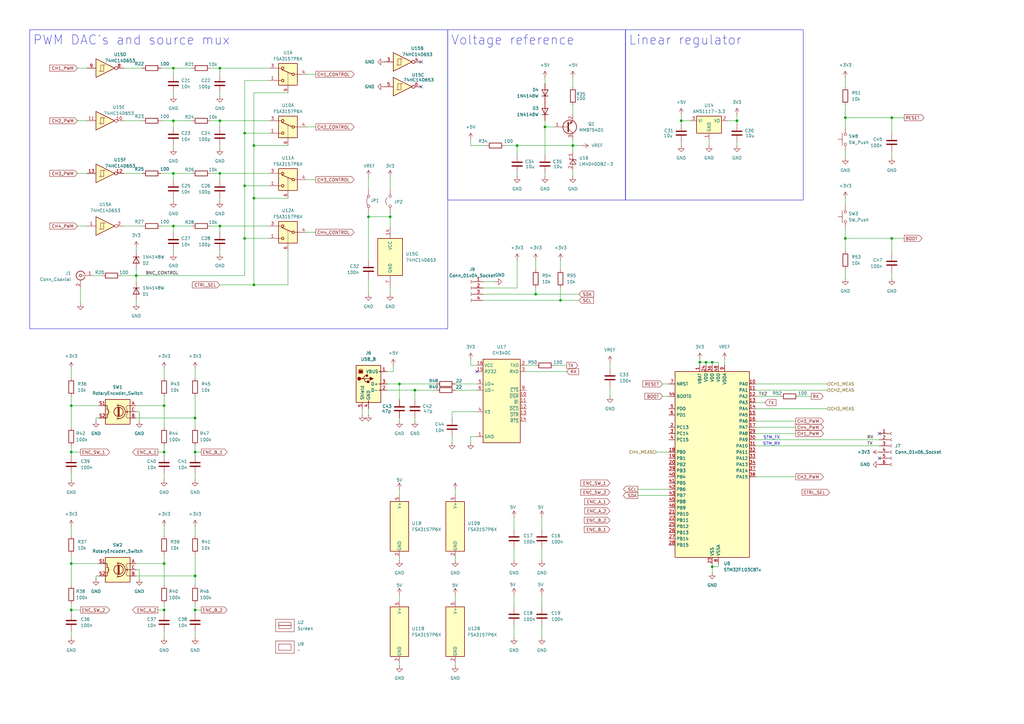
<source format=kicad_sch>
(kicad_sch (version 20250114) (generator "eeschema") (generator_version "9.0")
  (paper "A3")
  (rectangle (start 183.642 12.192) (end 256.54 82.042))
  (rectangle (start 12.192 12.192) (end 183.642 134.874))
  (rectangle (start 256.54 12.192) (end 329.438 82.042))
  (text "STM_RX\n" (at 316.484 182.118 0) (effects (font (size 1.27 1.27))))
  (text "PWM DAC's and source mux" (at 13.462 18.796 0) (effects (font (size 3.81 3.81)) (justify left bottom)))
  (text "Voltage reference" (at 184.912 18.796 0) (effects (font (size 3.81 3.81)) (justify left bottom)))
  (text "STM_TX\n" (at 316.484 179.578 0) (effects (font (size 1.27 1.27))))
  (text "Linear regulator\n" (at 257.81 18.796 0) (effects (font (size 3.81 3.81)) (justify left bottom)))
  (junction (at 212.09 59.69))
  (junction (at 160.02 88.9))
  (junction (at 90.17 49.53))
  (junction (at 29.21 231.14))
  (junction (at 365.76 97.79))
  (junction (at 287.02 148.59))
  (junction (at 67.31 185.42))
  (junction (at 29.21 166.37))
  (junction (at 100.33 97.79))
  (junction (at 29.21 250.19))
  (junction (at 365.76 48.26))
  (junction (at 219.71 120.65))
  (junction (at 90.17 92.71))
  (junction (at 100.33 76.2))
  (junction (at 163.83 157.48))
  (junction (at 104.14 81.28))
  (junction (at 292.1 148.59))
  (junction (at 80.01 250.19))
  (junction (at 151.13 88.9))
  (junction (at 104.14 59.69))
  (junction (at 67.31 166.37))
  (junction (at 104.14 116.84))
  (junction (at 80.01 185.42))
  (junction (at 90.17 71.12))
  (junction (at 71.12 27.94))
  (junction (at 234.95 59.69))
  (junction (at 67.31 231.14))
  (junction (at 55.88 113.03))
  (junction (at 90.17 27.94))
  (junction (at 346.71 48.26))
  (junction (at 289.56 148.59))
  (junction (at 71.12 92.71))
  (junction (at 29.21 185.42))
  (junction (at 346.71 97.79))
  (junction (at 71.12 71.12))
  (junction (at 229.87 123.19))
  (junction (at 100.33 54.61))
  (junction (at 71.12 49.53))
  (junction (at 223.52 52.07))
  (junction (at 302.26 49.53))
  (junction (at 80.01 236.22))
  (junction (at 170.18 160.02))
  (junction (at 80.01 171.45))
  (junction (at 67.31 250.19))
  (junction (at 279.4 49.53))
  (junction (at 292.1 232.41))
  (no_connect (at 172.72 35.56))
  (no_connect (at 195.58 152.4))
  (no_connect (at 360.68 187.96))
  (no_connect (at 172.72 25.4))
  (no_connect (at 360.68 177.8))
  (wire (pts (xy 207.01 59.69) (xy 212.09 59.69)))
  (wire (pts (xy 365.76 97.79) (xy 370.84 97.79)))
  (wire (pts (xy 151.13 72.39) (xy 151.13 77.47)))
  (wire (pts (xy 67.31 194.31) (xy 67.31 196.85)))
  (wire (pts (xy 203.2 115.57) (xy 198.12 115.57)))
  (wire (pts (xy 158.75 157.48) (xy 163.83 157.48)))
  (wire (pts (xy 222.25 224.79) (xy 222.25 229.87)))
  (wire (pts (xy 67.31 259.08) (xy 67.31 261.62)))
  (wire (pts (xy 309.88 182.88) (xy 360.68 182.88)))
  (wire (pts (xy 29.21 250.19) (xy 33.02 250.19)))
  (wire (pts (xy 223.52 52.07) (xy 223.52 63.5)))
  (wire (pts (xy 118.11 116.84) (xy 118.11 102.87)))
  (wire (pts (xy 104.14 38.1) (xy 104.14 59.69)))
  (wire (pts (xy 339.09 160.02) (xy 309.88 160.02)))
  (wire (pts (xy 223.52 31.75) (xy 223.52 34.29)))
  (wire (pts (xy 71.12 81.28) (xy 71.12 82.55)))
  (wire (pts (xy 104.14 59.69) (xy 104.14 81.28)))
  (wire (pts (xy 195.58 168.91) (xy 185.42 168.91)))
  (wire (pts (xy 80.01 185.42) (xy 82.55 185.42)))
  (wire (pts (xy 100.33 76.2) (xy 100.33 97.79)))
  (wire (pts (xy 55.88 115.57) (xy 55.88 113.03)))
  (wire (pts (xy 279.4 49.53) (xy 279.4 50.8)))
  (wire (pts (xy 86.36 27.94) (xy 90.17 27.94)))
  (wire (pts (xy 215.9 149.86) (xy 219.71 149.86)))
  (wire (pts (xy 271.78 157.48) (xy 274.32 157.48)))
  (wire (pts (xy 55.88 113.03) (xy 100.33 113.03)))
  (wire (pts (xy 223.52 49.53) (xy 223.52 52.07)))
  (wire (pts (xy 104.14 81.28) (xy 118.11 81.28)))
  (wire (pts (xy 129.54 30.48) (xy 125.73 30.48)))
  (wire (pts (xy 55.88 171.45) (xy 80.01 171.45)))
  (wire (pts (xy 332.74 162.56) (xy 327.66 162.56)))
  (wire (pts (xy 40.64 231.14) (xy 29.21 231.14)))
  (wire (pts (xy 55.88 124.46) (xy 55.88 123.19)))
  (wire (pts (xy 90.17 27.94) (xy 90.17 30.48)))
  (wire (pts (xy 90.17 71.12) (xy 110.49 71.12)))
  (wire (pts (xy 210.82 212.09) (xy 210.82 217.17)))
  (wire (pts (xy 346.71 97.79) (xy 346.71 102.87)))
  (wire (pts (xy 339.09 157.48) (xy 309.88 157.48)))
  (wire (pts (xy 57.15 233.68) (xy 55.88 233.68)))
  (wire (pts (xy 289.56 148.59) (xy 292.1 148.59)))
  (wire (pts (xy 100.33 113.03) (xy 100.33 97.79)))
  (wire (pts (xy 80.01 236.22) (xy 80.01 240.03)))
  (wire (pts (xy 186.69 229.87) (xy 186.69 228.6)))
  (wire (pts (xy 100.33 33.02) (xy 100.33 54.61)))
  (wire (pts (xy 151.13 170.18) (xy 151.13 167.64)))
  (wire (pts (xy 55.88 113.03) (xy 55.88 110.49)))
  (wire (pts (xy 67.31 162.56) (xy 67.31 166.37)))
  (wire (pts (xy 90.17 92.71) (xy 110.49 92.71)))
  (wire (pts (xy 279.4 46.99) (xy 279.4 49.53)))
  (wire (pts (xy 287.02 148.59) (xy 289.56 148.59)))
  (wire (pts (xy 29.21 231.14) (xy 29.21 240.03)))
  (wire (pts (xy 29.21 182.88) (xy 29.21 185.42)))
  (wire (pts (xy 40.64 236.22) (xy 39.37 236.22)))
  (wire (pts (xy 365.76 97.79) (xy 365.76 104.14)))
  (wire (pts (xy 86.36 92.71) (xy 90.17 92.71)))
  (wire (pts (xy 229.87 123.19) (xy 237.49 123.19)))
  (wire (pts (xy 71.12 92.71) (xy 66.04 92.71)))
  (wire (pts (xy 302.26 50.8) (xy 302.26 49.53)))
  (wire (pts (xy 309.88 180.34) (xy 360.68 180.34)))
  (wire (pts (xy 292.1 232.41) (xy 292.1 234.95)))
  (wire (pts (xy 287.02 148.59) (xy 287.02 149.86)))
  (wire (pts (xy 346.71 97.79) (xy 365.76 97.79)))
  (wire (pts (xy 186.69 160.02) (xy 195.58 160.02)))
  (wire (pts (xy 71.12 71.12) (xy 71.12 73.66)))
  (wire (pts (xy 86.36 49.53) (xy 90.17 49.53)))
  (wire (pts (xy 170.18 160.02) (xy 170.18 163.83)))
  (wire (pts (xy 49.53 113.03) (xy 55.88 113.03)))
  (wire (pts (xy 29.21 251.46) (xy 29.21 250.19)))
  (wire (pts (xy 71.12 49.53) (xy 71.12 52.07)))
  (wire (pts (xy 346.71 48.26) (xy 346.71 52.07)))
  (wire (pts (xy 100.33 33.02) (xy 110.49 33.02)))
  (wire (pts (xy 287.02 147.32) (xy 287.02 148.59)))
  (wire (pts (xy 234.95 57.15) (xy 234.95 59.69)))
  (wire (pts (xy 170.18 160.02) (xy 179.07 160.02)))
  (wire (pts (xy 29.21 186.69) (xy 29.21 185.42)))
  (wire (pts (xy 163.83 243.84) (xy 163.83 246.38)))
  (wire (pts (xy 118.11 116.84) (xy 104.14 116.84)))
  (wire (pts (xy 90.17 49.53) (xy 110.49 49.53)))
  (wire (pts (xy 67.31 185.42) (xy 67.31 186.69)))
  (wire (pts (xy 29.21 247.65) (xy 29.21 250.19)))
  (wire (pts (xy 250.19 148.59) (xy 250.19 151.13)))
  (wire (pts (xy 71.12 27.94) (xy 71.12 30.48)))
  (wire (pts (xy 193.04 57.15) (xy 193.04 59.69)))
  (wire (pts (xy 320.04 162.56) (xy 309.88 162.56)))
  (wire (pts (xy 71.12 92.71) (xy 71.12 95.25)))
  (wire (pts (xy 80.01 247.65) (xy 80.01 250.19)))
  (wire (pts (xy 234.95 31.75) (xy 234.95 35.56)))
  (wire (pts (xy 67.31 247.65) (xy 67.31 250.19)))
  (wire (pts (xy 55.88 101.6) (xy 55.88 102.87)))
  (wire (pts (xy 50.8 27.94) (xy 58.42 27.94)))
  (wire (pts (xy 238.76 59.69) (xy 234.95 59.69)))
  (wire (pts (xy 212.09 59.69) (xy 212.09 63.5)))
  (wire (pts (xy 50.8 49.53) (xy 58.42 49.53)))
  (wire (pts (xy 302.26 58.42) (xy 302.26 59.69)))
  (wire (pts (xy 41.91 113.03) (xy 38.1 113.03)))
  (wire (pts (xy 40.64 166.37) (xy 29.21 166.37)))
  (wire (pts (xy 29.21 162.56) (xy 29.21 166.37)))
  (wire (pts (xy 29.21 259.08) (xy 29.21 261.62)))
  (wire (pts (xy 193.04 147.32) (xy 193.04 149.86)))
  (wire (pts (xy 163.83 171.45) (xy 163.83 172.72)))
  (wire (pts (xy 261.62 203.2) (xy 274.32 203.2)))
  (wire (pts (xy 31.75 49.53) (xy 35.56 49.53)))
  (wire (pts (xy 279.4 49.53) (xy 283.21 49.53)))
  (wire (pts (xy 271.78 162.56) (xy 274.32 162.56)))
  (wire (pts (xy 71.12 102.87) (xy 71.12 104.14)))
  (wire (pts (xy 163.83 229.87) (xy 163.83 228.6)))
  (wire (pts (xy 67.31 227.33) (xy 67.31 231.14)))
  (wire (pts (xy 292.1 148.59) (xy 292.1 149.86)))
  (wire (pts (xy 90.17 59.69) (xy 90.17 60.96)))
  (wire (pts (xy 269.24 185.42) (xy 274.32 185.42)))
  (wire (pts (xy 80.01 162.56) (xy 80.01 171.45)))
  (wire (pts (xy 234.95 59.69) (xy 234.95 62.23)))
  (wire (pts (xy 71.12 71.12) (xy 66.04 71.12)))
  (wire (pts (xy 31.75 71.12) (xy 35.56 71.12)))
  (wire (pts (xy 292.1 231.14) (xy 292.1 232.41)))
  (wire (pts (xy 40.64 171.45) (xy 39.37 171.45)))
  (wire (pts (xy 158.75 160.02) (xy 170.18 160.02)))
  (wire (pts (xy 212.09 59.69) (xy 234.95 59.69)))
  (wire (pts (xy 289.56 148.59) (xy 289.56 149.86)))
  (wire (pts (xy 33.02 124.46) (xy 33.02 118.11)))
  (wire (pts (xy 57.15 168.91) (xy 55.88 168.91)))
  (wire (pts (xy 161.29 152.4) (xy 158.75 152.4)))
  (wire (pts (xy 297.18 147.32) (xy 297.18 149.86)))
  (wire (pts (xy 71.12 92.71) (xy 78.74 92.71)))
  (wire (pts (xy 57.15 237.49) (xy 57.15 233.68)))
  (wire (pts (xy 309.88 175.26) (xy 326.39 175.26)))
  (wire (pts (xy 80.01 194.31) (xy 80.01 196.85)))
  (wire (pts (xy 100.33 76.2) (xy 100.33 54.61)))
  (wire (pts (xy 39.37 236.22) (xy 39.37 237.49)))
  (wire (pts (xy 210.82 256.54) (xy 210.82 261.62)))
  (wire (pts (xy 163.83 157.48) (xy 163.83 163.83)))
  (wire (pts (xy 90.17 27.94) (xy 110.49 27.94)))
  (wire (pts (xy 193.04 59.69) (xy 199.39 59.69)))
  (wire (pts (xy 302.26 46.99) (xy 302.26 49.53)))
  (wire (pts (xy 163.83 273.05) (xy 163.83 271.78)))
  (wire (pts (xy 71.12 38.1) (xy 71.12 39.37)))
  (wire (pts (xy 298.45 49.53) (xy 302.26 49.53)))
  (wire (pts (xy 292.1 232.41) (xy 294.64 232.41)))
  (wire (pts (xy 104.14 116.84) (xy 90.17 116.84)))
  (wire (pts (xy 198.12 118.11) (xy 212.09 118.11)))
  (wire (pts (xy 222.25 256.54) (xy 222.25 261.62)))
  (wire (pts (xy 346.71 48.26) (xy 365.76 48.26)))
  (wire (pts (xy 80.01 182.88) (xy 80.01 185.42)))
  (wire (pts (xy 250.19 158.75) (xy 250.19 162.56)))
  (wire (pts (xy 219.71 120.65) (xy 237.49 120.65)))
  (wire (pts (xy 279.4 58.42) (xy 279.4 59.69)))
  (wire (pts (xy 100.33 76.2) (xy 110.49 76.2)))
  (wire (pts (xy 186.69 200.66) (xy 186.69 203.2)))
  (wire (pts (xy 100.33 97.79) (xy 110.49 97.79)))
  (wire (pts (xy 223.52 71.12) (xy 223.52 72.39)))
  (wire (pts (xy 151.13 88.9) (xy 151.13 106.68)))
  (wire (pts (xy 346.71 62.23) (xy 346.71 64.77)))
  (wire (pts (xy 39.37 171.45) (xy 39.37 172.72)))
  (wire (pts (xy 80.01 215.9) (xy 80.01 219.71)))
  (wire (pts (xy 71.12 49.53) (xy 66.04 49.53)))
  (wire (pts (xy 148.59 170.18) (xy 148.59 167.64)))
  (wire (pts (xy 365.76 48.26) (xy 370.84 48.26)))
  (wire (pts (xy 339.09 167.64) (xy 309.88 167.64)))
  (wire (pts (xy 309.88 165.1) (xy 313.69 165.1)))
  (wire (pts (xy 185.42 168.91) (xy 185.42 171.45)))
  (wire (pts (xy 309.88 172.72) (xy 326.39 172.72)))
  (wire (pts (xy 67.31 151.13) (xy 67.31 154.94)))
  (wire (pts (xy 29.21 151.13) (xy 29.21 154.94)))
  (wire (pts (xy 294.64 231.14) (xy 294.64 232.41)))
  (wire (pts (xy 71.12 59.69) (xy 71.12 60.96)))
  (wire (pts (xy 80.01 151.13) (xy 80.01 154.94)))
  (wire (pts (xy 229.87 118.11) (xy 229.87 123.19)))
  (wire (pts (xy 67.31 185.42) (xy 64.77 185.42)))
  (wire (pts (xy 80.01 250.19) (xy 80.01 251.46)))
  (wire (pts (xy 151.13 114.3) (xy 151.13 120.65)))
  (wire (pts (xy 31.75 27.94) (xy 35.56 27.94)))
  (wire (pts (xy 186.69 157.48) (xy 195.58 157.48)))
  (wire (pts (xy 193.04 179.07) (xy 195.58 179.07)))
  (wire (pts (xy 90.17 71.12) (xy 90.17 73.66)))
  (wire (pts (xy 212.09 106.68) (xy 212.09 118.11)))
  (wire (pts (xy 104.14 81.28) (xy 104.14 116.84)))
  (wire (pts (xy 90.17 49.53) (xy 90.17 52.07)))
  (wire (pts (xy 163.83 157.48) (xy 179.07 157.48)))
  (wire (pts (xy 365.76 62.23) (xy 365.76 64.77)))
  (wire (pts (xy 161.29 149.86) (xy 161.29 152.4)))
  (wire (pts (xy 234.95 69.85) (xy 234.95 72.39)))
  (wire (pts (xy 160.02 88.9) (xy 160.02 92.71)))
  (wire (pts (xy 50.8 92.71) (xy 58.42 92.71)))
  (wire (pts (xy 309.88 177.8) (xy 326.39 177.8)))
  (wire (pts (xy 90.17 102.87) (xy 90.17 104.14)))
  (wire (pts (xy 67.31 250.19) (xy 67.31 251.46)))
  (wire (pts (xy 219.71 106.68) (xy 219.71 110.49)))
  (wire (pts (xy 129.54 73.66) (xy 125.73 73.66)))
  (wire (pts (xy 160.02 118.11) (xy 160.02 120.65)))
  (wire (pts (xy 346.71 110.49) (xy 346.71 114.3)))
  (wire (pts (xy 170.18 171.45) (xy 170.18 172.72)))
  (wire (pts (xy 129.54 52.07) (xy 125.73 52.07)))
  (wire (pts (xy 193.04 181.61) (xy 193.04 179.07)))
  (wire (pts (xy 160.02 87.63) (xy 160.02 88.9)))
  (wire (pts (xy 104.14 59.69) (xy 118.11 59.69)))
  (wire (pts (xy 185.42 179.07) (xy 185.42 181.61)))
  (wire (pts (xy 29.21 215.9) (xy 29.21 219.71)))
  (wire (pts (xy 80.01 250.19) (xy 82.55 250.19)))
  (wire (pts (xy 346.71 31.75) (xy 346.71 35.56)))
  (wire (pts (xy 71.12 49.53) (xy 78.74 49.53)))
  (wire (pts (xy 104.14 38.1) (xy 118.11 38.1)))
  (wire (pts (xy 261.62 200.66) (xy 274.32 200.66)))
  (wire (pts (xy 346.71 43.18) (xy 346.71 48.26)))
  (wire (pts (xy 29.21 194.31) (xy 29.21 196.85)))
  (wire (pts (xy 80.01 185.42) (xy 80.01 186.69)))
  (wire (pts (xy 71.12 71.12) (xy 78.74 71.12)))
  (wire (pts (xy 229.87 106.68) (xy 229.87 110.49)))
  (wire (pts (xy 346.71 93.98) (xy 346.71 97.79)))
  (wire (pts (xy 129.54 95.25) (xy 125.73 95.25)))
  (wire (pts (xy 151.13 88.9) (xy 160.02 88.9)))
  (wire (pts (xy 29.21 166.37) (xy 29.21 175.26)))
  (wire (pts (xy 67.31 250.19) (xy 64.77 250.19)))
  (wire (pts (xy 80.01 171.45) (xy 80.01 175.26)))
  (wire (pts (xy 219.71 118.11) (xy 219.71 120.65)))
  (wire (pts (xy 55.88 166.37) (xy 67.31 166.37)))
  (wire (pts (xy 71.12 27.94) (xy 66.04 27.94)))
  (wire (pts (xy 346.71 83.82) (xy 346.71 81.28)))
  (wire (pts (xy 55.88 231.14) (xy 67.31 231.14)))
  (wire (pts (xy 100.33 54.61) (xy 110.49 54.61)))
  (wire (pts (xy 223.52 52.07) (xy 227.33 52.07)))
  (wire (pts (xy 80.01 259.08) (xy 80.01 261.62)))
  (wire (pts (xy 232.41 152.4) (xy 215.9 152.4)))
  (wire (pts (xy 212.09 71.12) (xy 212.09 72.39)))
  (wire (pts (xy 71.12 27.94) (xy 78.74 27.94)))
  (wire (pts (xy 67.31 215.9) (xy 67.31 219.71)))
  (wire (pts (xy 290.83 59.69) (xy 290.83 57.15)))
  (wire (pts (xy 210.82 243.84) (xy 210.82 248.92)))
  (wire (pts (xy 309.88 195.58) (xy 326.39 195.58)))
  (wire (pts (xy 29.21 227.33) (xy 29.21 231.14)))
  (wire (pts (xy 90.17 38.1) (xy 90.17 39.37)))
  (wire (pts (xy 365.76 48.26) (xy 365.76 54.61)))
  (wire (pts (xy 86.36 71.12) (xy 90.17 71.12)))
  (wire (pts (xy 186.69 273.05) (xy 186.69 271.78)))
  (wire (pts (xy 193.04 149.86) (xy 195.58 149.86)))
  (wire (pts (xy 210.82 224.79) (xy 210.82 229.87)))
  (wire (pts (xy 186.69 243.84) (xy 186.69 246.38)))
  (wire (pts (xy 67.31 182.88) (xy 67.31 185.42)))
  (wire (pts (xy 365.76 111.76) (xy 365.76 114.3)))
  (wire (pts (xy 234.95 43.18) (xy 234.95 46.99)))
  (wire (pts (xy 55.88 236.22) (xy 80.01 236.22)))
  (wire (pts (xy 294.64 148.59) (xy 292.1 148.59)))
  (wire (pts (xy 80.01 227.33) (xy 80.01 236.22)))
  (wire (pts (xy 67.31 231.14) (xy 67.31 240.03)))
  (wire (pts (xy 29.21 185.42) (xy 33.02 185.42)))
  (wire (pts (xy 294.64 149.86) (xy 294.64 148.59)))
  (wire (pts (xy 90.17 81.28) (xy 90.17 82.55)))
  (wire (pts (xy 198.12 123.19) (xy 229.87 123.19)))
  (wire (pts (xy 151.13 87.63) (xy 151.13 88.9)))
  (wire (pts (xy 31.75 92.71) (xy 35.56 92.71)))
  (wire (pts (xy 50.8 71.12) (xy 58.42 71.12)))
  (wire (pts (xy 67.31 166.37) (xy 67.31 175.26)))
  (wire (pts (xy 163.83 200.66) (xy 163.83 203.2)))
  (wire (pts (xy 198.12 120.65) (xy 219.71 120.65)))
  (wire (pts (xy 222.25 243.84) (xy 222.25 248.92)))
  (wire (pts (xy 90.17 92.71) (xy 90.17 95.25)))
  (wire (pts (xy 222.25 212.09) (xy 222.25 217.17)))
  (wire (pts (xy 160.02 72.39) (xy 160.02 77.47)))
  (wire (pts (xy 57.15 172.72) (xy 57.15 168.91)))
  (wire (pts (xy 227.33 149.86) (xy 232.41 149.86)))
  (label "TX" (at 355.6 182.88 0))
  (label "RX" (at 355.6 180.34 0))
  (label "BNC_CONTROL" (at 59.69 113.03 0))
  (label "TX2" (at 311.15 162.56 0))
  (global_label "ENC_B_1" (shape input) (at 250.19 217.17 180) (property "Intersheetrefs" "${INTERSHEET_REFS}" (effects (hide yes))))
  (global_label "ENC_A_2" (shape output) (at 64.77 250.19 180) (property "Intersheetrefs" "${INTERSHEET_REFS}" (effects (hide yes))))
  (global_label "ENC_A_2" (shape input) (at 250.19 209.55 180) (property "Intersheetrefs" "${INTERSHEET_REFS}" (effects (hide yes))))
  (global_label "ENC_SW_2" (shape input) (at 250.19 201.93 180) (property "Intersheetrefs" "${INTERSHEET_REFS}" (effects (hide yes))))
  (global_label "CTRL_SEL" (shape input) (at 90.17 116.84 180) (property "Intersheetrefs" "${INTERSHEET_REFS}" (effects (hide yes))))
  (global_label "RESET" (shape input) (at 271.78 157.48 180) (property "Intersheetrefs" "${INTERSHEET_REFS}" (effects (hide yes))))
  (global_label "RESET" (shape output) (at 370.84 48.26 0) (property "Intersheetrefs" "${INTERSHEET_REFS}" (effects (hide yes))))
  (global_label "RX" (shape output) (at 332.74 162.56 0) (property "Intersheetrefs" "${INTERSHEET_REFS}" (effects (hide yes))))
  (global_label "CH3_CONTROL" (shape output) (at 129.54 73.66 0) (property "Intersheetrefs" "${INTERSHEET_REFS}" (effects (hide yes))))
  (global_label "CH4_PWM" (shape input) (at 31.75 92.71 180) (property "Intersheetrefs" "${INTERSHEET_REFS}" (effects (hide yes))))
  (global_label "BOOT" (shape input) (at 271.78 162.56 180) (property "Intersheetrefs" "${INTERSHEET_REFS}" (effects (hide yes))))
  (global_label "RX" (shape input) (at 232.41 152.4 0) (property "Intersheetrefs" "${INTERSHEET_REFS}" (effects (hide yes))))
  (global_label "CH4_PWM" (shape output) (at 326.39 175.26 0) (property "Intersheetrefs" "${INTERSHEET_REFS}" (effects (hide yes))))
  (global_label "CH3_PWM" (shape output) (at 326.39 172.72 0) (property "Intersheetrefs" "${INTERSHEET_REFS}" (effects (hide yes))))
  (global_label "CH1_PWM" (shape output) (at 326.39 177.8 0) (property "Intersheetrefs" "${INTERSHEET_REFS}" (effects (hide yes))))
  (global_label "CH1_CONTROL" (shape output) (at 129.54 30.48 0) (property "Intersheetrefs" "${INTERSHEET_REFS}" (effects (hide yes))))
  (global_label "CTRL_SEL" (shape output) (at 328.93 201.93 0) (property "Intersheetrefs" "${INTERSHEET_REFS}" (effects (hide yes))))
  (global_label "TX" (shape output) (at 232.41 149.86 0) (property "Intersheetrefs" "${INTERSHEET_REFS}" (effects (hide yes))))
  (global_label "CH2_PWM" (shape output) (at 326.39 195.58 0) (property "Intersheetrefs" "${INTERSHEET_REFS}" (effects (hide yes))))
  (global_label "CH2_CONTROL" (shape output) (at 129.54 52.07 0) (property "Intersheetrefs" "${INTERSHEET_REFS}" (effects (hide yes))))
  (global_label "TX" (shape input) (at 313.69 165.1 0) (property "Intersheetrefs" "${INTERSHEET_REFS}" (effects (hide yes))))
  (global_label "CH4_CONTROL" (shape output) (at 129.54 95.25 0) (property "Intersheetrefs" "${INTERSHEET_REFS}" (effects (hide yes))))
  (global_label "ENC_B_2" (shape input) (at 250.19 213.36 180) (property "Intersheetrefs" "${INTERSHEET_REFS}" (effects (hide yes))))
  (global_label "ENC_A_1" (shape input) (at 250.19 205.74 180) (property "Intersheetrefs" "${INTERSHEET_REFS}" (effects (hide yes))))
  (global_label "SDA" (shape input) (at 237.49 120.65 0) (property "Intersheetrefs" "${INTERSHEET_REFS}" (effects (hide yes))))
  (global_label "ENC_SW_2" (shape output) (at 33.02 250.19 0) (property "Intersheetrefs" "${INTERSHEET_REFS}" (effects (hide yes))))
  (global_label "CH2_PWM" (shape input) (at 31.75 49.53 180) (property "Intersheetrefs" "${INTERSHEET_REFS}" (effects (hide yes))))
  (global_label "BOOT" (shape output) (at 370.84 97.79 0) (property "Intersheetrefs" "${INTERSHEET_REFS}" (effects (hide yes))))
  (global_label "ENC_A_1" (shape output) (at 64.77 185.42 180) (property "Intersheetrefs" "${INTERSHEET_REFS}" (effects (hide yes))))
  (global_label "SCL" (shape input) (at 237.49 123.19 0) (property "Intersheetrefs" "${INTERSHEET_REFS}" (effects (hide yes))))
  (global_label "ENC_SW_1" (shape output) (at 33.02 185.42 0) (property "Intersheetrefs" "${INTERSHEET_REFS}" (effects (hide yes))))
  (global_label "SDA" (shape output) (at 261.62 203.2 180) (property "Intersheetrefs" "${INTERSHEET_REFS}" (effects (hide yes))))
  (global_label "CH1_PWM" (shape input) (at 31.75 27.94 180) (property "Intersheetrefs" "${INTERSHEET_REFS}" (effects (hide yes))))
  (global_label "ENC_B_2" (shape output) (at 82.55 250.19 0) (property "Intersheetrefs" "${INTERSHEET_REFS}" (effects (hide yes))))
  (global_label "ENC_SW_1" (shape input) (at 250.19 198.12 180) (property "Intersheetrefs" "${INTERSHEET_REFS}" (effects (hide yes))))
  (global_label "SCL" (shape output) (at 261.62 200.66 180) (property "Intersheetrefs" "${INTERSHEET_REFS}" (effects (hide yes))))
  (global_label "CH3_PWM" (shape input) (at 31.75 71.12 180) (property "Intersheetrefs" "${INTERSHEET_REFS}" (effects (hide yes))))
  (global_label "ENC_B_1" (shape output) (at 82.55 185.42 0) (property "Intersheetrefs" "${INTERSHEET_REFS}" (effects (hide yes))))
  (hierarchical_label "CH3_MEAS" (shape input) (at 339.09 167.64 0))
  (hierarchical_label "CH2_MEAS" (shape input) (at 339.09 160.02 0))
  (hierarchical_label "CH1_MEAS" (shape input) (at 339.09 157.48 0))
  (hierarchical_label "CH4_MEAS" (shape input) (at 269.24 185.42 180))
  (symbol (lib_id "power:GND") (at 222.25 229.87 0) (mirror y) (unit 1)
    (property "Reference" "#PWR053" (effects (hide yes)))
    (property "Value" "GND" (at 222.25 234.95 0))
    (property "Description" "Power symbol creates a global label with name \"GND\" , ground" (effects (hide yes)))
  )
  (symbol (lib_id "Device:R") (at 80.01 223.52 0) (unit 1)
    (property "Reference" "R41" (at 82.55 222.2499 0) (effects (justify left)))
    (property "Value" "10k" (at 82.55 224.7899 0) (effects (justify left)))
    (property "Footprint" "Resistor_SMD:R_0603_1608Metric_Pad0.98x0.95mm_HandSolder" (effects (hide yes)))
    (property "LCSC" "C25804" (effects (hide yes)))
  )
  (symbol (lib_id "Device:R") (at 29.21 158.75 0) (unit 1)
    (property "Reference" "R36" (at 31.75 157.4799 0) (effects (justify left)))
    (property "Value" "10k" (at 31.75 160.0199 0) (effects (justify left)))
    (property "Footprint" "Resistor_SMD:R_0603_1608Metric_Pad0.98x0.95mm_HandSolder" (effects (hide yes)))
    (property "LCSC" "C25804" (effects (hide yes)))
  )
  (symbol (lib_id "Device:C") (at 71.12 34.29 180) (unit 1)
    (property "Reference" "C21" (at 74.295 33.02 0) (effects (justify right)))
    (property "Value" "10n" (at 74.295 35.56 0) (effects (justify right)))
    (property "Footprint" "Capacitor_SMD:C_0603_1608Metric_Pad1.08x0.95mm_HandSolder" (effects (hide yes)))
    (property "LCSC" "C57112" (effects (hide yes)))
  )
  (symbol (lib_id "Device:R") (at 29.21 243.84 0) (unit 1)
    (property "Reference" "R38" (at 31.115 242.57 0) (effects (justify left)))
    (property "Value" "100k" (at 31.115 245.11 0) (effects (justify left)))
    (property "Footprint" "Resistor_SMD:R_0603_1608Metric_Pad0.98x0.95mm_HandSolder" (effects (hide yes)))
    (property "LCSC" "C25803" (effects (hide yes)))
  )
  (symbol (lib_id "Device:C") (at 210.82 252.73 180) (unit 1)
    (property "Reference" "C18" (at 214.63 251.4599 0) (effects (justify right)))
    (property "Value" "100n" (at 214.63 253.9999 0) (effects (justify right)))
    (property "Footprint" "Capacitor_SMD:C_0603_1608Metric_Pad1.08x0.95mm_HandSolder" (effects (hide yes)))
    (property "LCSC" "C14663" (effects (hide yes)))
  )
  (symbol (lib_id "power:VCC") (at 186.69 200.66 0) (mirror y) (unit 1)
    (property "Reference" "#PWR054" (effects (hide yes)))
    (property "Value" "5V" (effects (hide yes)))
    (property "Description" "Power symbol creates a global label with name \"VCC\"" (effects (hide yes)))
  )
  (symbol (lib_id "power:+5V") (at 223.52 31.75 0) (unit 1)
    (property "Reference" "#PWR099" (effects (hide yes)))
    (property "Value" "+5V" (at 223.52 26.67 0))
    (property "Description" "Power symbol creates a global label with name \"+5V\"" (effects (hide yes)))
  )
  (symbol (lib_id "power:GND") (at 193.04 181.61 0) (unit 1)
    (property "Reference" "#PWR0121" (effects (hide yes)))
    (property "Value" "GND" (effects (hide yes)))
    (property "Description" "Power symbol creates a global label with name \"GND\" , ground" (effects (hide yes)))
  )
  (symbol (lib_id "power:+3V3") (at 67.31 215.9 0) (mirror y) (unit 1)
    (property "Reference" "#PWR0108" (effects (hide yes)))
    (property "Value" "+3V3" (at 67.31 210.82 0))
  )
  (symbol (lib_id "Device:R") (at 203.2 59.69 270) (mirror x) (unit 1)
    (property "Reference" "R34" (at 198.12 57.912 90))
    (property "Value" "100" (at 208.534 57.912 90))
    (property "Footprint" "Resistor_SMD:R_0603_1608Metric_Pad0.98x0.95mm_HandSolder" (effects (hide yes)))
    (property "LCSC" "C22775" (effects (hide yes)))
  )
  (symbol (lib_id "Device:R") (at 29.21 179.07 0) (unit 1)
    (property "Reference" "R42" (at 31.115 177.8 0) (effects (justify left)))
    (property "Value" "100k" (at 31.115 180.34 0) (effects (justify left)))
    (property "Footprint" "Resistor_SMD:R_0603_1608Metric_Pad0.98x0.95mm_HandSolder" (effects (hide yes)))
    (property "LCSC" "C25803" (effects (hide yes)))
  )
  (symbol (lib_id "power:GND") (at 157.48 35.56 270) (unit 1)
    (property "Reference" "#PWR088" (effects (hide yes)))
    (property "Value" "GND" (at 153.67 35.5599 90) (effects (justify right)))
    (property "Description" "Power symbol creates a global label with name \"GND\" , ground" (effects (hide yes)))
  )
  (symbol (lib_id "Device:R") (at 323.85 162.56 270) (mirror x) (unit 1)
    (property "Reference" "R52" (at 318.77 161.29 90))
    (property "Value" "100" (at 329.184 161.29 90))
    (property "Footprint" "Resistor_SMD:R_0603_1608Metric_Pad0.98x0.95mm_HandSolder" (effects (hide yes)))
    (property "LCSC" "C22775" (effects (hide yes)))
  )
  (symbol (lib_id "power:+3V3") (at 29.21 215.9 0) (mirror y) (unit 1)
    (property "Reference" "#PWR087" (effects (hide yes)))
    (property "Value" "+3V3" (at 29.21 210.82 0))
  )
  (symbol (lib_id "Device:R") (at 62.23 92.71 270) (mirror x) (unit 1)
    (property "Reference" "R27" (at 57.15 90.932 90))
    (property "Value" "100" (at 67.564 90.932 90))
    (property "Footprint" "Resistor_SMD:R_0603_1608Metric_Pad0.98x0.95mm_HandSolder" (effects (hide yes)))
    (property "LCSC" "C22775" (effects (hide yes)))
  )
  (symbol (lib_id "power:+3V3") (at 29.21 151.13 0) (mirror y) (unit 1)
    (property "Reference" "#PWR0110" (effects (hide yes)))
    (property "Value" "+3V3" (at 29.21 146.05 0))
  )
  (symbol (lib_id "Device:C") (at 151.13 110.49 0) (mirror x) (unit 1)
    (property "Reference" "C32" (at 147.32 109.2199 0) (effects (justify right)))
    (property "Value" "100n" (at 147.32 111.7599 0) (effects (justify right)))
    (property "Footprint" "Capacitor_SMD:C_0603_1608Metric_Pad1.08x0.95mm_HandSolder" (effects (hide yes)))
    (property "LCSC" "C14663" (effects (hide yes)))
  )
  (symbol (lib_id "Device:C") (at 80.01 190.5 0) (mirror x) (unit 1)
    (property "Reference" "C41" (at 76.835 189.23 0) (effects (justify right)))
    (property "Value" "10n" (at 76.835 191.77 0) (effects (justify right)))
    (property "Footprint" "Capacitor_SMD:C_0603_1608Metric_Pad1.08x0.95mm_HandSolder" (effects (hide yes)))
    (property "LCSC" "C57112" (effects (hide yes)))
  )
  (symbol (lib_id "power:+3V3") (at 360.68 185.42 90) (unit 1)
    (property "Reference" "#PWR0132" (effects (hide yes)))
    (property "Value" "+3V3" (at 356.87 185.4199 90) (effects (justify left)))
  )
  (symbol (lib_id "Device:C") (at 279.4 54.61 0) (mirror y) (unit 1)
    (property "Reference" "C31" (at 274.32 53.594 0))
    (property "Value" "10u" (at 274.066 55.626 0))
    (property "Footprint" "Capacitor_SMD:C_0603_1608Metric_Pad1.08x0.95mm_HandSolder" (effects (hide yes)))
    (property "LCSC" "C96446" (effects (hide yes)))
  )
  (symbol (lib_id "Diode:1N4148W") (at 223.52 45.72 270) (mirror x) (unit 1)
    (property "Reference" "D3" (at 220.98 44.4499 90) (effects (justify right)))
    (property "Value" "1N4148W" (at 220.98 46.9899 90) (effects (justify right)))
    (property "Footprint" "Diode_SMD:D_SOD-123" (effects (hide yes)))
    (property "Datasheet" "https://www.vishay.com/docs/85748/1n4148w.pdf" (effects (hide yes)))
    (property "Description" "75V 0.15A Fast Switching Diode, SOD-123" (effects (hide yes)))
    (property "Sim.Device" "D" (effects (hide yes)))
    (property "Sim.Pins" "1=K 2=A" (effects (hide yes)))
  )
  (symbol (lib_id "power:GND") (at 365.76 114.3 0) (unit 1)
    (property "Reference" "#PWR0126" (effects (hide yes)))
    (property "Value" "GND" (at 365.76 119.38 0))
  )
  (symbol (lib_id "Device:R") (at 80.01 158.75 0) (unit 1)
    (property "Reference" "R45" (at 82.55 157.4799 0) (effects (justify left)))
    (property "Value" "10k" (at 82.55 160.0199 0) (effects (justify left)))
    (property "Footprint" "Resistor_SMD:R_0603_1608Metric_Pad0.98x0.95mm_HandSolder" (effects (hide yes)))
    (property "LCSC" "C25804" (effects (hide yes)))
  )
  (symbol (lib_id "power:GND") (at 80.01 196.85 0) (unit 1)
    (property "Reference" "#PWR0117" (effects (hide yes)))
    (property "Value" "GND" (at 80.01 201.93 0))
  )
  (symbol (lib_id "Device:R") (at 62.23 71.12 270) (mirror x) (unit 1)
    (property "Reference" "R25" (at 57.15 69.342 90))
    (property "Value" "100" (at 67.564 69.342 90))
    (property "Footprint" "Resistor_SMD:R_0603_1608Metric_Pad0.98x0.95mm_HandSolder" (effects (hide yes)))
    (property "LCSC" "C22775" (effects (hide yes)))
  )
  (symbol (lib_id "power:GND") (at 346.71 64.77 0) (unit 1)
    (property "Reference" "#PWR0122" (effects (hide yes)))
    (property "Value" "GND" (at 346.71 69.85 0))
  )
  (symbol (lib_id "Device:C") (at 185.42 175.26 0) (mirror x) (unit 1)
    (property "Reference" "C44" (at 182.245 173.99 0) (effects (justify right)))
    (property "Value" "10n" (at 182.245 176.53 0) (effects (justify right)))
    (property "Footprint" "Capacitor_SMD:C_0603_1608Metric_Pad1.08x0.95mm_HandSolder" (effects (hide yes)))
    (property "LCSC" "C57112" (effects (hide yes)))
  )
  (symbol (lib_id "Device:C") (at 163.83 167.64 0) (mirror y) (unit 1)
    (property "Reference" "C43" (at 158.75 166.624 0))
    (property "Value" "47p" (at 158.496 168.656 0))
    (property "Footprint" "Capacitor_SMD:C_0603_1608Metric_Pad1.08x0.95mm_HandSolder" (effects (hide yes)))
    (property "LCSC" "C1671" (effects (hide yes)))
  )
  (symbol (lib_id "power:GND") (at 203.2 115.57 90) (unit 1)
    (property "Reference" "#PWR0127" (effects (hide yes)))
    (property "Value" "GND" (at 202.946 112.776 90) (effects (justify right)))
    (property "Description" "Power symbol creates a global label with name \"GND\" , ground" (effects (hide yes)))
  )
  (symbol (lib_id "power:GND") (at 186.69 273.05 0) (unit 1)
    (property "Reference" "#PWR063" (effects (hide yes)))
    (property "Value" "GND" (at 186.69 278.13 0))
    (property "Description" "Power symbol creates a global label with name \"GND\" , ground" (effects (hide yes)))
  )
  (symbol (lib_id "74xx:74HC14") (at 160.02 105.41 0) (unit 7)
    (property "Reference" "U15" (at 166.37 104.1399 0) (effects (justify left)))
    (property "Value" "74HC14D653" (at 166.37 106.6799 0) (effects (justify left)))
    (property "Footprint" "Package_SO:SOIC-14_3.9x8.7mm_P1.27mm" (effects (hide yes)))
    (property "Datasheet" "https://jlcpcb.com/api/file/downloadByFileSystemAccessId/8579708675566587904" (effects (hide yes)))
    (property "Description" "Hex inverter schmitt trigger" (effects (hide yes)))
    (property "LCSC" "C5605" (effects (hide yes)))
  )
  (symbol (lib_id "Device:R") (at 82.55 27.94 270) (unit 1)
    (property "Reference" "R21" (at 77.724 26.416 90))
    (property "Value" "10k" (at 87.376 26.416 90))
    (property "Footprint" "Resistor_SMD:R_0603_1608Metric_Pad0.98x0.95mm_HandSolder" (effects (hide yes)))
    (property "LCSC" "C25804" (effects (hide yes)))
  )
  (symbol (lib_id "Device:R") (at 346.71 39.37 0) (unit 1)
    (property "Reference" "R51" (at 349.25 38.0999 0) (effects (justify left)))
    (property "Value" "10k" (at 349.25 40.6399 0) (effects (justify left)))
    (property "Footprint" "Resistor_SMD:R_0603_1608Metric_Pad0.98x0.95mm_HandSolder" (effects (hide yes)))
    (property "LCSC" "C25804" (effects (hide yes)))
  )
  (symbol (lib_id "Device:R") (at 80.01 243.84 0) (unit 1)
    (property "Reference" "R46" (at 81.915 242.57 0) (effects (justify left)))
    (property "Value" "100k" (at 81.915 245.11 0) (effects (justify left)))
    (property "Footprint" "Resistor_SMD:R_0603_1608Metric_Pad0.98x0.95mm_HandSolder" (effects (hide yes)))
    (property "LCSC" "C25803" (effects (hide yes)))
  )
  (symbol (lib_id "Device:R") (at 182.88 160.02 270) (mirror x) (unit 1)
    (property "Reference" "R49" (at 177.8 158.75 90))
    (property "Value" "22" (at 188.214 158.75 90))
    (property "Footprint" "Resistor_SMD:R_0603_1608Metric_Pad0.98x0.95mm_HandSolder" (effects (hide yes)))
    (property "LCSC" "C23345" (effects (hide yes)))
  )
  (symbol (lib_id "power:VCC") (at 55.88 101.6 0) (unit 1)
    (property "Reference" "#PWR052" (effects (hide yes)))
    (property "Value" "3V3" (at 55.88 96.52 0))
    (property "Description" "Power symbol creates a global label with name \"VCC\"" (effects (hide yes)))
  )
  (symbol (lib_id "74xx:74HC14") (at 165.1 25.4 0) (unit 2)
    (property "Reference" "U15" (at 171.196 19.812 0))
    (property "Value" "74HC14D653" (at 171.196 22.352 0))
    (property "Footprint" "Package_SO:SOIC-14_3.9x8.7mm_P1.27mm" (effects (hide yes)))
    (property "Datasheet" "https://jlcpcb.com/api/file/downloadByFileSystemAccessId/8579708675566587904" (effects (hide yes)))
    (property "Description" "Hex inverter schmitt trigger" (effects (hide yes)))
    (property "LCSC" "C5605" (effects (hide yes)))
  )
  (symbol (lib_id "power:GND") (at 67.31 261.62 0) (unit 1)
    (property "Reference" "#PWR0105" (effects (hide yes)))
    (property "Value" "GND" (at 67.31 266.7 0))
  )
  (symbol (lib_id "Device:R") (at 229.87 114.3 0) (unit 1)
    (property "Reference" "R55" (at 232.41 113.0299 0) (effects (justify left)))
    (property "Value" "10k" (at 232.41 115.5699 0) (effects (justify left)))
    (property "Footprint" "Resistor_SMD:R_0603_1608Metric_Pad0.98x0.95mm_HandSolder" (effects (hide yes)))
    (property "LCSC" "C25804" (effects (hide yes)))
  )
  (symbol (lib_id "power:+5V") (at 279.4 46.99 0) (unit 1)
    (property "Reference" "#PWR078" (effects (hide yes)))
    (property "Value" "+5V" (at 279.4 41.91 0))
    (property "Description" "Power symbol creates a global label with name \"+5V\"" (effects (hide yes)))
  )
  (symbol (lib_id "Jumper:Jumper_2_Bridged") (at 151.13 82.55 90) (unit 1)
    (property "Reference" "JP1" (at 151.892 82.296 90) (effects (justify right)))
    (property "Value" "Jumper_2_Bridged" (effects (hide yes)))
    (property "Footprint" "Jumper:SolderJumper-2_P1.3mm_Bridged_RoundedPad1.0x1.5mm" (effects (hide yes)))
    (property "Description" "Jumper, 2-pole, closed/bridged" (effects (hide yes)))
  )
  (symbol (lib_id "power:+5V") (at 161.29 149.86 0) (unit 1)
    (property "Reference" "#PWR026" (effects (hide yes)))
    (property "Value" "+5V" (at 161.29 144.78 0))
    (property "Description" "Power symbol creates a global label with name \"+5V\"" (effects (hide yes)))
  )
  (symbol (lib_id "Device:R") (at 219.71 114.3 0) (unit 1)
    (property "Reference" "R54" (at 222.25 113.0299 0) (effects (justify left)))
    (property "Value" "10k" (at 222.25 115.5699 0) (effects (justify left)))
    (property "Footprint" "Resistor_SMD:R_0603_1608Metric_Pad0.98x0.95mm_HandSolder" (effects (hide yes)))
    (property "LCSC" "C25804" (effects (hide yes)))
  )
  (symbol (lib_id "power:GND") (at 222.25 261.62 0) (mirror y) (unit 1)
    (property "Reference" "#PWR065" (effects (hide yes)))
    (property "Value" "GND" (at 222.25 266.7 0))
    (property "Description" "Power symbol creates a global label with name \"GND\" , ground" (effects (hide yes)))
  )
  (symbol (lib_id "power:GND") (at 212.09 72.39 0) (unit 1)
    (property "Reference" "#PWR095" (effects (hide yes)))
    (property "Value" "GND" (at 212.09 77.47 0))
    (property "Description" "Power symbol creates a global label with name \"GND\" , ground" (effects (hide yes)))
  )
  (symbol (lib_id "power:VCC") (at 287.02 147.32 0) (mirror y) (unit 1)
    (property "Reference" "#PWR097" (effects (hide yes)))
    (property "Value" "3V3" (at 287.02 142.24 0))
    (property "Description" "Power symbol creates a global label with name \"VCC\"" (effects (hide yes)))
  )
  (symbol (lib_id "74xx:74HC14") (at 43.18 92.71 0) (unit 1)
    (property "Reference" "U15" (at 43.18 83.82 0))
    (property "Value" "74HC14D653" (at 43.18 86.36 0))
    (property "Footprint" "Package_SO:SOIC-14_3.9x8.7mm_P1.27mm" (effects (hide yes)))
    (property "Datasheet" "https://jlcpcb.com/api/file/downloadByFileSystemAccessId/8579708675566587904" (effects (hide yes)))
    (property "Description" "Hex inverter schmitt trigger" (effects (hide yes)))
    (property "LCSC" "C5605" (effects (hide yes)))
  )
  (symbol (lib_id "Transistor_BJT:MMBT3906") (at 232.41 52.07 0) (mirror x) (unit 1)
    (property "Reference" "Q1" (at 242.57 50.8 0))
    (property "Value" "MMBT5401" (at 242.57 53.34 0))
    (property "Footprint" "Package_TO_SOT_SMD:SOT-23" (effects (hide yes)))
    (property "Datasheet" "https://www.onsemi.com/pdf/datasheet/pzt3906-d.pdf" (effects (hide yes)))
    (property "Description" "-0.2A Ic, -40V Vce, Small Signal PNP Transistor, SOT-23" (effects (hide yes)))
    (property "LCSC" "C8326" (effects (hide yes)))
  )
  (symbol (lib_id "power:GND") (at 151.13 170.18 0) (unit 1)
    (property "Reference" "#PWR024" (effects (hide yes)))
    (property "Value" "GND" (effects (hide yes)))
    (property "Description" "Power symbol creates a global label with name \"GND\" , ground" (effects (hide yes)))
  )
  (symbol (lib_id "Device:C") (at 90.17 55.88 0) (mirror x) (unit 1)
    (property "Reference" "C24" (at 86.36 54.6099 0) (effects (justify right)))
    (property "Value" "100p" (at 86.36 57.1499 0) (effects (justify right)))
    (property "Footprint" "Capacitor_SMD:C_0603_1608Metric_Pad1.08x0.95mm_HandSolder" (effects (hide yes)))
    (property "LCSC" "C14858" (effects (hide yes)))
  )
  (symbol (lib_id "Device:C") (at 71.12 55.88 180) (unit 1)
    (property "Reference" "C23" (at 74.295 54.61 0) (effects (justify right)))
    (property "Value" "10n" (at 74.295 57.15 0) (effects (justify right)))
    (property "Footprint" "Capacitor_SMD:C_0603_1608Metric_Pad1.08x0.95mm_HandSolder" (effects (hide yes)))
    (property "LCSC" "C57112" (effects (hide yes)))
  )
  (symbol (lib_id "Reference_Voltage:LM4040DBZ-3") (at 234.95 66.04 90) (unit 1)
    (property "Reference" "U16" (at 237.49 64.7699 90) (effects (justify right)))
    (property "Value" "LM4040DBZ-3" (at 237.49 67.3099 90) (effects (justify right)))
    (property "Footprint" "Package_TO_SOT_SMD:SOT-23" (effects (hide yes)))
    (property "Datasheet" "http://www.ti.com/lit/ds/symlink/lm4040-n.pdf" (effects (hide yes)))
    (property "Description" "3.000V Precision Micropower Shunt Voltage Reference, SOT-23" (effects (hide yes)))
  )
  (symbol (lib_id "power:GND") (at 71.12 39.37 0) (mirror y) (unit 1)
    (property "Reference" "#PWR067" (effects (hide yes)))
    (property "Value" "GND" (at 71.12 44.45 0))
    (property "Description" "Power symbol creates a global label with name \"GND\" , ground" (effects (hide yes)))
  )
  (symbol (lib_id "Device:R") (at 182.88 157.48 270) (mirror x) (unit 1)
    (property "Reference" "R48" (at 177.8 156.21 90))
    (property "Value" "22" (at 188.214 156.21 90))
    (property "Footprint" "Resistor_SMD:R_0603_1608Metric_Pad0.98x0.95mm_HandSolder" (effects (hide yes)))
    (property "LCSC" "C23345" (effects (hide yes)))
  )
  (symbol (lib_id "Switch:SW_Push") (at 346.71 88.9 90) (unit 1)
    (property "Reference" "SW3" (at 347.98 87.6299 90) (effects (justify right)))
    (property "Value" "SW_Push" (at 347.98 90.1699 90) (effects (justify right)))
    (property "Footprint" "Button_Switch_THT:SW_TH_Tactile_Omron_B3F-10xx" (effects (hide yes)))
    (property "Description" "Push button switch, generic, two pins" (effects (hide yes)))
  )
  (symbol (lib_id "Device:C") (at 67.31 190.5 0) (mirror x) (unit 1)
    (property "Reference" "C40" (at 64.135 189.23 0) (effects (justify right)))
    (property "Value" "10n" (at 64.135 191.77 0) (effects (justify right)))
    (property "Footprint" "Capacitor_SMD:C_0603_1608Metric_Pad1.08x0.95mm_HandSolder" (effects (hide yes)))
    (property "LCSC" "C57112" (effects (hide yes)))
  )
  (symbol (lib_id "Analog_Switch:FSA3157P6X") (at 118.11 95.25 0) (mirror y) (unit 1)
    (property "Reference" "U12" (at 118.11 86.36 0))
    (property "Value" "FSA3157P6X" (at 118.11 88.9 0))
    (property "Footprint" "Package_TO_SOT_SMD:SOT-363_SC-70-6_Handsoldering" (effects (hide yes)))
    (property "Datasheet" "https://www.onsemi.com/pub/Collateral/NC7SB3157-D.PDF" (effects (hide yes)))
    (property "Description" "Single SPDT Low-Voltage Analog Switch or 2:1 Multiplexer/De-Multiplexer Bus Switch, 10Ohm Ron, SC-70-6" (effects (hide yes)))
  )
  (symbol (lib_id "Device:R") (at 45.72 113.03 270) (mirror x) (unit 1)
    (property "Reference" "R20" (at 40.894 111.76 90))
    (property "Value" "100" (at 50.8 111.76 90))
    (property "Footprint" "Resistor_SMD:R_0603_1608Metric_Pad0.98x0.95mm_HandSolder" (effects (hide yes)))
    (property "LCSC" "C22775" (effects (hide yes)))
  )
  (symbol (lib_id "power:VCC") (at 151.13 72.39 0) (mirror y) (unit 1)
    (property "Reference" "#PWR086" (effects (hide yes)))
    (property "Value" "VREF" (at 149.098 68.072 0) (effects (justify right)))
    (property "Description" "Power symbol creates a global label with name \"VCC\"" (effects (hide yes)))
  )
  (symbol (lib_id "Device:R") (at 29.21 223.52 0) (unit 1)
    (property "Reference" "R37" (at 31.75 222.2499 0) (effects (justify left)))
    (property "Value" "10k" (at 31.75 224.7899 0) (effects (justify left)))
    (property "Footprint" "Resistor_SMD:R_0603_1608Metric_Pad0.98x0.95mm_HandSolder" (effects (hide yes)))
    (property "LCSC" "C25804" (effects (hide yes)))
  )
  (symbol (lib_id "Device:C") (at 365.76 107.95 0) (mirror x) (unit 1)
    (property "Reference" "C47" (at 361.95 106.6799 0) (effects (justify right)))
    (property "Value" "100n" (at 361.95 109.2199 0) (effects (justify right)))
    (property "Footprint" "Capacitor_SMD:C_0603_1608Metric_Pad1.08x0.95mm_HandSolder" (effects (hide yes)))
    (property "LCSC" "C14663" (effects (hide yes)))
  )
  (symbol (lib_id "DC_load:2x16_screen") (at 116.84 252.73 0) (unit 1)
    (property "Reference" "U2" (at 121.92 255.2699 0) (effects (justify left)))
    (property "Value" "Screen" (at 121.92 257.8099 0) (effects (justify left)))
    (property "Footprint" "PID_lib:WC1602A - below" (effects (hide yes)))
  )
  (symbol (lib_id "power:GND") (at 223.52 72.39 0) (unit 1)
    (property "Reference" "#PWR0100" (effects (hide yes)))
    (property "Value" "GND" (at 223.52 77.47 0))
    (property "Description" "Power symbol creates a global label with name \"GND\" , ground" (effects (hide yes)))
  )
  (symbol (lib_id "power:+3V3") (at 80.01 215.9 0) (mirror y) (unit 1)
    (property "Reference" "#PWR0109" (effects (hide yes)))
    (property "Value" "+3V3" (at 80.01 210.82 0))
  )
  (symbol (lib_id "74xx:74HC14") (at 165.1 35.56 0) (unit 3)
    (property "Reference" "U15" (at 171.45 30.734 0))
    (property "Value" "74HC14D653" (at 171.704 32.766 0))
    (property "Footprint" "Package_SO:SOIC-14_3.9x8.7mm_P1.27mm" (effects (hide yes)))
    (property "Datasheet" "https://jlcpcb.com/api/file/downloadByFileSystemAccessId/8579708675566587904" (effects (hide yes)))
    (property "Description" "Hex inverter schmitt trigger" (effects (hide yes)))
    (property "LCSC" "C5605" (effects (hide yes)))
  )
  (symbol (lib_id "Device:R") (at 80.01 179.07 0) (unit 1)
    (property "Reference" "R47" (at 81.915 177.8 0) (effects (justify left)))
    (property "Value" "100k" (at 81.915 180.34 0) (effects (justify left)))
    (property "Footprint" "Resistor_SMD:R_0603_1608Metric_Pad0.98x0.95mm_HandSolder" (effects (hide yes)))
    (property "LCSC" "C25803" (effects (hide yes)))
  )
  (symbol (lib_id "power:GND") (at 151.13 120.65 0) (mirror y) (unit 1)
    (property "Reference" "#PWR084" (effects (hide yes)))
    (property "Value" "GND" (at 151.13 125.73 0))
    (property "Description" "Power symbol creates a global label with name \"GND\" , ground" (effects (hide yes)))
  )
  (symbol (lib_id "power:VCC") (at 302.26 46.99 0) (mirror y) (unit 1)
    (property "Reference" "#PWR079" (effects (hide yes)))
    (property "Value" "3V3" (at 302.26 41.91 0))
    (property "Description" "Power symbol creates a global label with name \"VCC\"" (effects (hide yes)))
  )
  (symbol (lib_id "power:GND") (at 346.71 114.3 0) (unit 1)
    (property "Reference" "#PWR0125" (effects (hide yes)))
    (property "Value" "GND" (at 346.71 119.38 0))
  )
  (symbol (lib_id "DC_load:CH340C") (at 205.74 160.02 0) (unit 1)
    (property "Reference" "U17" (at 205.74 142.24 0))
    (property "Value" "CH340C" (at 205.74 144.78 0))
    (property "Footprint" "Package_SO:SOIC-16_3.9x9.9mm_P1.27mm" (effects (hide yes)))
    (property "Datasheet" "https://datasheet.lcsc.com/szlcsc/Jiangsu-Qin-Heng-CH340C_C84681.pdf" (effects (hide yes)))
    (property "Description" "USB serial converter, crystal-less, UART, SOIC-16" (effects (hide yes)))
  )
  (symbol (lib_id "power:VCC") (at 210.82 212.09 0) (unit 1)
    (property "Reference" "#PWR056" (effects (hide yes)))
    (property "Value" "5V" (at 211.582 208.026 0) (effects (justify right)))
    (property "Description" "Power symbol creates a global label with name \"VCC\"" (effects (hide yes)))
  )
  (symbol (lib_id "Jumper:Jumper_2_Open") (at 160.02 82.55 90) (unit 1)
    (property "Reference" "JP2" (at 161.544 82.804 90) (effects (justify right)))
    (property "Value" "Jumper_2_Open" (effects (hide yes)))
    (property "Footprint" "Jumper:SolderJumper-2_P1.3mm_Open_RoundedPad1.0x1.5mm" (effects (hide yes)))
    (property "Description" "Jumper, 2-pole, open" (effects (hide yes)))
  )
  (symbol (lib_id "power:+3V3") (at 212.09 106.68 0) (mirror y) (unit 1)
    (property "Reference" "#PWR0129" (effects (hide yes)))
    (property "Value" "+3V3" (at 212.09 101.6 0))
  )
  (symbol (lib_id "Device:R") (at 82.55 49.53 270) (unit 1)
    (property "Reference" "R24" (at 77.724 48.006 90))
    (property "Value" "10k" (at 87.376 48.006 90))
    (property "Footprint" "Resistor_SMD:R_0603_1608Metric_Pad0.98x0.95mm_HandSolder" (effects (hide yes)))
    (property "LCSC" "C25804" (effects (hide yes)))
  )
  (symbol (lib_id "power:GND") (at 29.21 196.85 0) (unit 1)
    (property "Reference" "#PWR0111" (effects (hide yes)))
    (property "Value" "GND" (at 29.21 201.93 0))
  )
  (symbol (lib_id "power:GND") (at 67.31 196.85 0) (unit 1)
    (property "Reference" "#PWR0115" (effects (hide yes)))
    (property "Value" "GND" (at 67.31 201.93 0))
  )
  (symbol (lib_id "Device:C") (at 302.26 54.61 0) (unit 1)
    (property "Reference" "C30" (at 307.34 53.594 0))
    (property "Value" "10u" (at 307.594 55.626 0))
    (property "Footprint" "Capacitor_SMD:C_0603_1608Metric_Pad1.08x0.95mm_HandSolder" (effects (hide yes)))
    (property "LCSC" "C96446" (effects (hide yes)))
  )
  (symbol (lib_id "power:GND") (at 185.42 181.61 0) (unit 1)
    (property "Reference" "#PWR023" (effects (hide yes)))
    (property "Value" "GND" (effects (hide yes)))
    (property "Description" "Power symbol creates a global label with name \"GND\" , ground" (effects (hide yes)))
  )
  (symbol (lib_id "power:GND") (at 210.82 261.62 0) (mirror y) (unit 1)
    (property "Reference" "#PWR061" (effects (hide yes)))
    (property "Value" "GND" (at 210.82 266.7 0))
    (property "Description" "Power symbol creates a global label with name \"GND\" , ground" (effects (hide yes)))
  )
  (symbol (lib_id "power:GND") (at 302.26 59.69 0) (unit 1)
    (property "Reference" "#PWR081" (effects (hide yes)))
    (property "Value" "GND" (at 302.26 64.77 0))
    (property "Description" "Power symbol creates a global label with name \"GND\" , ground" (effects (hide yes)))
  )
  (symbol (lib_id "power:GND") (at 279.4 59.69 0) (unit 1)
    (property "Reference" "#PWR082" (effects (hide yes)))
    (property "Value" "GND" (at 279.4 64.77 0))
    (property "Description" "Power symbol creates a global label with name \"GND\" , ground" (effects (hide yes)))
  )
  (symbol (lib_id "power:GND") (at 163.83 172.72 0) (mirror y) (unit 1)
    (property "Reference" "#PWR0119" (effects (hide yes)))
    (property "Value" "GND" (at 163.83 177.8 0))
    (property "Description" "Power symbol creates a global label with name \"GND\" , ground" (effects (hide yes)))
  )
  (symbol (lib_id "power:+5V") (at 234.95 31.75 0) (unit 1)
    (property "Reference" "#PWR098" (effects (hide yes)))
    (property "Value" "+5V" (at 234.95 26.67 0))
    (property "Description" "Power symbol creates a global label with name \"+5V\"" (effects (hide yes)))
  )
  (symbol (lib_id "power:GND") (at 57.15 172.72 0) (unit 1)
    (property "Reference" "#PWR0113" (effects (hide yes)))
    (property "Value" "GND" (at 57.15 177.8 0))
  )
  (symbol (lib_id "Device:C") (at 210.82 220.98 180) (unit 1)
    (property "Reference" "C17" (at 214.63 219.7099 0) (effects (justify right)))
    (property "Value" "100n" (at 214.63 222.2499 0) (effects (justify right)))
    (property "Footprint" "Capacitor_SMD:C_0603_1608Metric_Pad1.08x0.95mm_HandSolder" (effects (hide yes)))
    (property "LCSC" "C14663" (effects (hide yes)))
  )
  (symbol (lib_id "power:GND") (at 33.02 124.46 0) (mirror y) (unit 1)
    (property "Reference" "#PWR028" (effects (hide yes)))
    (property "Value" "GND" (effects (hide yes)))
    (property "Description" "Power symbol creates a global label with name \"GND\" , ground" (effects (hide yes)))
  )
  (symbol (lib_id "power:VCC") (at 210.82 243.84 0) (unit 1)
    (property "Reference" "#PWR060" (effects (hide yes)))
    (property "Value" "5V" (at 211.582 239.776 0) (effects (justify right)))
    (property "Description" "Power symbol creates a global label with name \"VCC\"" (effects (hide yes)))
  )
  (symbol (lib_id "Device:R") (at 67.31 223.52 0) (unit 1)
    (property "Reference" "R39" (at 69.85 222.2499 0) (effects (justify left)))
    (property "Value" "10k" (at 69.85 224.7899 0) (effects (justify left)))
    (property "Footprint" "Resistor_SMD:R_0603_1608Metric_Pad0.98x0.95mm_HandSolder" (effects (hide yes)))
    (property "LCSC" "C25804" (effects (hide yes)))
  )
  (symbol (lib_id "Analog_Switch:FSA3157P6X") (at 118.11 73.66 0) (mirror y) (unit 1)
    (property "Reference" "U11" (at 118.11 64.77 0))
    (property "Value" "FSA3157P6X" (at 118.11 67.31 0))
    (property "Footprint" "Package_TO_SOT_SMD:SOT-363_SC-70-6_Handsoldering" (effects (hide yes)))
    (property "Datasheet" "https://www.onsemi.com/pub/Collateral/NC7SB3157-D.PDF" (effects (hide yes)))
    (property "Description" "Single SPDT Low-Voltage Analog Switch or 2:1 Multiplexer/De-Multiplexer Bus Switch, 10Ohm Ron, SC-70-6" (effects (hide yes)))
  )
  (symbol (lib_id "Device:R") (at 346.71 106.68 0) (unit 1)
    (property "Reference" "R53" (at 349.25 105.4099 0) (effects (justify left)))
    (property "Value" "10k" (at 349.25 107.9499 0) (effects (justify left)))
    (property "Footprint" "Resistor_SMD:R_0603_1608Metric_Pad0.98x0.95mm_HandSolder" (effects (hide yes)))
    (property "LCSC" "C25804" (effects (hide yes)))
  )
  (symbol (lib_id "Device:R") (at 67.31 179.07 0) (unit 1)
    (property "Reference" "R44" (at 69.215 177.8 0) (effects (justify left)))
    (property "Value" "100k" (at 69.215 180.34 0) (effects (justify left)))
    (property "Footprint" "Resistor_SMD:R_0603_1608Metric_Pad0.98x0.95mm_HandSolder" (effects (hide yes)))
    (property "LCSC" "C25803" (effects (hide yes)))
  )
  (symbol (lib_id "power:GND") (at 250.19 162.56 0) (mirror y) (unit 1)
    (property "Reference" "#PWR093" (effects (hide yes)))
    (property "Value" "GND" (at 250.19 167.64 0))
    (property "Description" "Power symbol creates a global label with name \"GND\" , ground" (effects (hide yes)))
  )
  (symbol (lib_id "power:GND") (at 90.17 60.96 0) (mirror y) (unit 1)
    (property "Reference" "#PWR069" (effects (hide yes)))
    (property "Value" "GND" (at 90.17 66.04 0))
    (property "Description" "Power symbol creates a global label with name \"GND\" , ground" (effects (hide yes)))
  )
  (symbol (lib_id "power:+3V3") (at 219.71 106.68 0) (mirror y) (unit 1)
    (property "Reference" "#PWR0130" (effects (hide yes)))
    (property "Value" "+3V3" (at 219.71 101.6 0))
  )
  (symbol (lib_id "power:VCC") (at 160.02 72.39 0) (mirror y) (unit 1)
    (property "Reference" "#PWR0102" (effects (hide yes)))
    (property "Value" "3V3" (at 160.02 68.072 0))
    (property "Description" "Power symbol creates a global label with name \"VCC\"" (effects (hide yes)))
  )
  (symbol (lib_id "power:VCC") (at 238.76 59.69 270) (mirror x) (unit 1)
    (property "Reference" "#PWR090" (effects (hide yes)))
    (property "Value" "VREF" (at 242.57 59.6899 90) (effects (justify left)))
    (property "Description" "Power symbol creates a global label with name \"VCC\"" (effects (hide yes)))
  )
  (symbol (lib_id "power:GND") (at 360.68 190.5 270) (mirror x) (unit 1)
    (property "Reference" "#PWR0133" (effects (hide yes)))
    (property "Value" "GND" (at 356.87 190.4999 90) (effects (justify right)))
  )
  (symbol (lib_id "Diode:1N4148W") (at 223.52 38.1 270) (mirror x) (unit 1)
    (property "Reference" "D4" (at 220.98 36.8299 90) (effects (justify right)))
    (property "Value" "1N4148W" (at 220.98 39.3699 90) (effects (justify right)))
    (property "Footprint" "Diode_SMD:D_SOD-123" (effects (hide yes)))
    (property "Datasheet" "https://www.vishay.com/docs/85748/1n4148w.pdf" (effects (hide yes)))
    (property "Description" "75V 0.15A Fast Switching Diode, SOD-123" (effects (hide yes)))
    (property "Sim.Device" "D" (effects (hide yes)))
    (property "Sim.Pins" "1=K 2=A" (effects (hide yes)))
  )
  (symbol (lib_id "power:GND") (at 292.1 234.95 0) (mirror y) (unit 1)
    (property "Reference" "#PWR0128" (effects (hide yes)))
    (property "Value" "GND" (at 292.1 240.03 0))
    (property "Description" "Power symbol creates a global label with name \"GND\" , ground" (effects (hide yes)))
  )
  (symbol (lib_id "74xx:74HC14") (at 43.18 27.94 0) (unit 4)
    (property "Reference" "U15" (at 49.276 22.352 0))
    (property "Value" "74HC14D653" (at 49.276 24.892 0))
    (property "Footprint" "Package_SO:SOIC-14_3.9x8.7mm_P1.27mm" (effects (hide yes)))
    (property "Datasheet" "https://jlcpcb.com/api/file/downloadByFileSystemAccessId/8579708675566587904" (effects (hide yes)))
    (property "Description" "Hex inverter schmitt trigger" (effects (hide yes)))
    (property "LCSC" "C5605" (effects (hide yes)))
  )
  (symbol (lib_id "Device:C") (at 223.52 67.31 0) (unit 1)
    (property "Reference" "C35" (at 228.6 66.294 0))
    (property "Value" "10u" (at 228.854 68.326 0))
    (property "Footprint" "Capacitor_SMD:C_0603_1608Metric_Pad1.08x0.95mm_HandSolder" (effects (hide yes)))
    (property "LCSC" "C96446" (effects (hide yes)))
  )
  (symbol (lib_id "power:VCC") (at 163.83 243.84 0) (mirror y) (unit 1)
    (property "Reference" "#PWR058" (effects (hide yes)))
    (property "Value" "5V" (at 162.56 240.03 0) (effects (justify right)))
    (property "Description" "Power symbol creates a global label with name \"VCC\"" (effects (hide yes)))
  )
  (symbol (lib_id "Analog_Switch:FSA3157P6X") (at 118.11 52.07 0) (mirror y) (unit 1)
    (property "Reference" "U10" (at 118.11 43.18 0))
    (property "Value" "FSA3157P6X" (at 118.11 45.72 0))
    (property "Footprint" "Package_TO_SOT_SMD:SOT-363_SC-70-6_Handsoldering" (effects (hide yes)))
    (property "Datasheet" "https://www.onsemi.com/pub/Collateral/NC7SB3157-D.PDF" (effects (hide yes)))
    (property "Description" "Single SPDT Low-Voltage Analog Switch or 2:1 Multiplexer/De-Multiplexer Bus Switch, 10Ohm Ron, SC-70-6" (effects (hide yes)))
  )
  (symbol (lib_id "Device:C") (at 170.18 167.64 0) (unit 1)
    (property "Reference" "C42" (at 175.26 166.624 0))
    (property "Value" "47p" (at 175.514 168.656 0))
    (property "Footprint" "Capacitor_SMD:C_0603_1608Metric_Pad1.08x0.95mm_HandSolder" (effects (hide yes)))
    (property "LCSC" "C1671" (effects (hide yes)))
  )
  (symbol (lib_id "power:VCC") (at 222.25 243.84 0) (unit 1)
    (property "Reference" "#PWR064" (effects (hide yes)))
    (property "Value" "5V" (at 223.012 239.776 0) (effects (justify right)))
    (property "Description" "Power symbol creates a global label with name \"VCC\"" (effects (hide yes)))
  )
  (symbol (lib_id "power:GND") (at 163.83 229.87 0) (unit 1)
    (property "Reference" "#PWR048" (effects (hide yes)))
    (property "Value" "GND" (at 163.83 234.95 0))
    (property "Description" "Power symbol creates a global label with name \"GND\" , ground" (effects (hide yes)))
  )
  (symbol (lib_id "power:GND") (at 90.17 82.55 0) (mirror y) (unit 1)
    (property "Reference" "#PWR071" (effects (hide yes)))
    (property "Value" "GND" (at 90.17 87.63 0))
    (property "Description" "Power symbol creates a global label with name \"GND\" , ground" (effects (hide yes)))
  )
  (symbol (lib_id "power:GND") (at 90.17 39.37 0) (mirror y) (unit 1)
    (property "Reference" "#PWR066" (effects (hide yes)))
    (property "Value" "GND" (at 90.17 44.45 0))
    (property "Description" "Power symbol creates a global label with name \"GND\" , ground" (effects (hide yes)))
  )
  (symbol (lib_id "Device:C") (at 71.12 99.06 180) (unit 1)
    (property "Reference" "C27" (at 74.295 97.79 0) (effects (justify right)))
    (property "Value" "10n" (at 74.295 100.33 0) (effects (justify right)))
    (property "Footprint" "Capacitor_SMD:C_0603_1608Metric_Pad1.08x0.95mm_HandSolder" (effects (hide yes)))
    (property "LCSC" "C57112" (effects (hide yes)))
  )
  (symbol (lib_id "power:+3V3") (at 80.01 151.13 0) (mirror y) (unit 1)
    (property "Reference" "#PWR0116" (effects (hide yes)))
    (property "Value" "+3V3" (at 80.01 146.05 0))
  )
  (symbol (lib_id "power:GND") (at 290.83 59.69 0) (unit 1)
    (property "Reference" "#PWR080" (effects (hide yes)))
    (property "Value" "GND" (at 290.83 64.77 0))
    (property "Description" "Power symbol creates a global label with name \"GND\" , ground" (effects (hide yes)))
  )
  (symbol (lib_id "power:VCC") (at 163.83 200.66 0) (mirror y) (unit 1)
    (property "Reference" "#PWR049" (effects (hide yes)))
    (property "Value" "5V" (at 162.56 196.85 0) (effects (justify right)))
    (property "Description" "Power symbol creates a global label with name \"VCC\"" (effects (hide yes)))
  )
  (symbol (lib_id "Device:C") (at 90.17 99.06 0) (mirror x) (unit 1)
    (property "Reference" "C28" (at 86.36 97.7899 0) (effects (justify right)))
    (property "Value" "100p" (at 86.36 100.3299 0) (effects (justify right)))
    (property "Footprint" "Capacitor_SMD:C_0603_1608Metric_Pad1.08x0.95mm_HandSolder" (effects (hide yes)))
    (property "LCSC" "C14858" (effects (hide yes)))
  )
  (symbol (lib_id "power:+5V") (at 193.04 57.15 0) (unit 1)
    (property "Reference" "#PWR094" (effects (hide yes)))
    (property "Value" "+5V" (at 193.04 52.07 0))
    (property "Description" "Power symbol creates a global label with name \"+5V\"" (effects (hide yes)))
  )
  (symbol (lib_id "power:GND") (at 71.12 60.96 0) (mirror y) (unit 1)
    (property "Reference" "#PWR068" (effects (hide yes)))
    (property "Value" "GND" (at 71.12 66.04 0))
    (property "Description" "Power symbol creates a global label with name \"GND\" , ground" (effects (hide yes)))
  )
  (symbol (lib_id "Device:R") (at 82.55 92.71 270) (unit 1)
    (property "Reference" "R28" (at 77.724 91.186 90))
    (property "Value" "10k" (at 87.376 91.186 90))
    (property "Footprint" "Resistor_SMD:R_0603_1608Metric_Pad0.98x0.95mm_HandSolder" (effects (hide yes)))
    (property "LCSC" "C25804" (effects (hide yes)))
  )
  (symbol (lib_id "power:GND") (at 160.02 120.65 0) (mirror y) (unit 1)
    (property "Reference" "#PWR085" (effects (hide yes)))
    (property "Value" "GND" (at 160.02 125.73 0))
    (property "Description" "Power symbol creates a global label with name \"GND\" , ground" (effects (hide yes)))
  )
  (symbol (lib_id "Switch:SW_Push") (at 346.71 57.15 90) (unit 1)
    (property "Reference" "SW8" (at 347.98 55.8799 90) (effects (justify right)))
    (property "Value" "SW_Push" (at 347.98 58.4199 90) (effects (justify right)))
    (property "Footprint" "Button_Switch_THT:SW_TH_Tactile_Omron_B3F-10xx" (effects (hide yes)))
    (property "Description" "Push button switch, generic, two pins" (effects (hide yes)))
  )
  (symbol (lib_id "power:+3V3") (at 229.87 106.68 0) (mirror y) (unit 1)
    (property "Reference" "#PWR0131" (effects (hide yes)))
    (property "Value" "+3V3" (at 229.87 101.6 0))
  )
  (symbol (lib_id "power:GND") (at 234.95 72.39 0) (mirror y) (unit 1)
    (property "Reference" "#PWR091" (effects (hide yes)))
    (property "Value" "GND" (at 234.95 77.47 0))
    (property "Description" "Power symbol creates a global label with name \"GND\" , ground" (effects (hide yes)))
  )
  (symbol (lib_id "Connector:Conn_Coaxial") (at 33.02 113.03 0) (mirror y) (unit 1)
    (property "Reference" "J1" (at 29.21 112.0531 0) (effects (justify left)))
    (property "Value" "Conn_Coaxial" (at 29.21 114.5931 0) (effects (justify left)))
    (property "Footprint" "Connector_Coaxial:BNC_Amphenol_B6252HB-NPP3G-50_Horizontal" (effects (hide yes)))
    (property "Description" "coaxial connector (BNC, SMA, SMB, SMC, Cinch/RCA, LEMO, ...)" (effects (hide yes)))
  )
  (symbol (lib_id "power:GND") (at 210.82 229.87 0) (mirror y) (unit 1)
    (property "Reference" "#PWR057" (effects (hide yes)))
    (property "Value" "GND" (at 210.82 234.95 0))
    (property "Description" "Power symbol creates a global label with name \"GND\" , ground" (effects (hide yes)))
  )
  (symbol (lib_id "74xx:74HC14") (at 43.18 49.53 0) (unit 5)
    (property "Reference" "U15" (at 48.768 43.942 0))
    (property "Value" "74HC14D653" (at 48.768 46.482 0))
    (property "Footprint" "Package_SO:SOIC-14_3.9x8.7mm_P1.27mm" (effects (hide yes)))
    (property "Datasheet" "https://jlcpcb.com/api/file/downloadByFileSystemAccessId/8579708675566587904" (effects (hide yes)))
    (property "Description" "Hex inverter schmitt trigger" (effects (hide yes)))
    (property "LCSC" "C5605" (effects (hide yes)))
  )
  (symbol (lib_id "Device:RotaryEncoder_Switch") (at 48.26 168.91 0) (mirror y) (unit 1)
    (property "Reference" "SW1" (at 48.26 158.75 0))
    (property "Value" "RotaryEncoder_Switch" (at 48.26 161.29 0))
    (property "Footprint" "DC_load:rotary_encoder_bottom_solder" (effects (hide yes)))
    (property "Description" "Rotary encoder, dual channel, incremental quadrate outputs, with switch" (effects (hide yes)))
  )
  (symbol (lib_id "power:GND") (at 80.01 261.62 0) (unit 1)
    (property "Reference" "#PWR0106" (effects (hide yes)))
    (property "Value" "GND" (at 80.01 266.7 0))
  )
  (symbol (lib_id "power:GND") (at 39.37 172.72 0) (unit 1)
    (property "Reference" "#PWR0112" (effects (hide yes)))
    (property "Value" "GND" (at 39.37 177.8 0))
  )
  (symbol (lib_id "power:+3V3") (at 346.71 31.75 0) (mirror y) (unit 1)
    (property "Reference" "#PWR0120" (effects (hide yes)))
    (property "Value" "+3V3" (at 346.71 26.67 0))
  )
  (symbol (lib_id "Analog_Switch:FSA3157P6X") (at 163.83 259.08 0) (unit 2)
    (property "Reference" "U11" (at 168.91 257.8099 0) (effects (justify left)))
    (property "Value" "FSA3157P6X" (at 168.91 260.3499 0) (effects (justify left)))
    (property "Footprint" "Package_TO_SOT_SMD:SOT-363_SC-70-6_Handsoldering" (effects (hide yes)))
    (property "Datasheet" "https://www.onsemi.com/pub/Collateral/NC7SB3157-D.PDF" (effects (hide yes)))
    (property "Description" "Single SPDT Low-Voltage Analog Switch or 2:1 Multiplexer/De-Multiplexer Bus Switch, 10Ohm Ron, SC-70-6" (effects (hide yes)))
  )
  (symbol (lib_id "Connector:Conn_01x06_Socket") (at 365.76 182.88 0) (unit 1)
    (property "Reference" "J7" (at 367.03 182.8799 0) (effects (justify left)))
    (property "Value" "Conn_01x06_Socket" (at 367.03 185.4199 0) (effects (justify left)))
    (property "Footprint" "Connector_PinSocket_2.54mm:PinSocket_1x06_P2.54mm_Vertical" (effects (hide yes)))
    (property "Description" "Generic connector, single row, 01x06, script generated" (effects (hide yes)))
  )
  (symbol (lib_id "Device:C") (at 212.09 67.31 0) (unit 1)
    (property "Reference" "C34" (at 217.17 66.294 0))
    (property "Value" "10u" (at 217.424 68.326 0))
    (property "Footprint" "Capacitor_SMD:C_0603_1608Metric_Pad1.08x0.95mm_HandSolder" (effects (hide yes)))
    (property "LCSC" "C96446" (effects (hide yes)))
  )
  (symbol (lib_id "power:GND") (at 186.69 229.87 0) (unit 1)
    (property "Reference" "#PWR055" (effects (hide yes)))
    (property "Value" "GND" (at 186.69 234.95 0))
    (property "Description" "Power symbol creates a global label with name \"GND\" , ground" (effects (hide yes)))
  )
  (symbol (lib_id "74xx:74HC14") (at 43.18 71.12 0) (unit 6)
    (property "Reference" "U15" (at 49.276 65.532 0))
    (property "Value" "74HC14D653" (at 49.276 68.072 0))
    (property "Footprint" "Package_SO:SOIC-14_3.9x8.7mm_P1.27mm" (effects (hide yes)))
    (property "Datasheet" "https://jlcpcb.com/api/file/downloadByFileSystemAccessId/8579708675566587904" (effects (hide yes)))
    (property "Description" "Hex inverter schmitt trigger" (effects (hide yes)))
    (property "LCSC" "C5605" (effects (hide yes)))
  )
  (symbol (lib_id "power:GND") (at 57.15 237.49 0) (unit 1)
    (property "Reference" "#PWR0107" (effects (hide yes)))
    (property "Value" "GND" (at 57.15 242.57 0))
  )
  (symbol (lib_id "power:VCC") (at 186.69 243.84 0) (mirror y) (unit 1)
    (property "Reference" "#PWR062" (effects (hide yes)))
    (property "Value" "5V" (at 185.42 240.03 0) (effects (justify right)))
    (property "Description" "Power symbol creates a global label with name \"VCC\"" (effects (hide yes)))
  )
  (symbol (lib_id "power:+3V3") (at 67.31 151.13 0) (mirror y) (unit 1)
    (property "Reference" "#PWR0114" (effects (hide yes)))
    (property "Value" "+3V3" (at 67.31 146.05 0))
  )
  (symbol (lib_id "DC_load:front_plate") (at 116.84 261.62 0) (unit 1)
    (property "Reference" "U9" (at 121.92 264.1599 0) (effects (justify left)))
    (property "Value" "~" (at 121.92 266.6999 0) (effects (justify left)))
    (property "Footprint" "DC_load:front_plate" (effects (hide yes)))
  )
  (symbol (lib_id "Connector:Conn_01x04_Socket") (at 193.04 118.11 0) (mirror y) (unit 1)
    (property "Reference" "J9" (at 193.675 110.49 0))
    (property "Value" "Conn_01x04_Socket" (at 193.675 113.03 0))
    (property "Footprint" "Connector_PinSocket_2.54mm:PinSocket_1x04_P2.54mm_Vertical" (effects (hide yes)))
    (property "Description" "Generic connector, single row, 01x04, script generated" (effects (hide yes)))
  )
  (symbol (lib_id "Regulator_Linear:AMS1117-3.3") (at 290.83 49.53 0) (unit 1)
    (property "Reference" "U14" (at 290.83 43.18 0))
    (property "Value" "AMS1117-3.3" (at 290.83 45.72 0))
    (property "Footprint" "Package_TO_SOT_SMD:SOT-223-3_TabPin2" (effects (hide yes)))
    (property "Datasheet" "http://www.advanced-monolithic.com/pdf/ds1117.pdf" (effects (hide yes)))
    (property "Description" "1A Low Dropout regulator, positive, 3.3V fixed output, SOT-223" (effects (hide yes)))
    (property "LCSC" "C6186" (effects (hide yes)))
  )
  (symbol (lib_id "Analog_Switch:FSA3157P6X") (at 163.83 215.9 0) (unit 2)
    (property "Reference" "U1" (at 168.91 214.6299 0) (effects (justify left)))
    (property "Value" "FSA3157P6X" (at 168.91 217.1699 0) (effects (justify left)))
    (property "Footprint" "Package_TO_SOT_SMD:SOT-363_SC-70-6_Handsoldering" (effects (hide yes)))
    (property "Datasheet" "https://www.onsemi.com/pub/Collateral/NC7SB3157-D.PDF" (effects (hide yes)))
    (property "Description" "Single SPDT Low-Voltage Analog Switch or 2:1 Multiplexer/De-Multiplexer Bus Switch, 10Ohm Ron, SC-70-6" (effects (hide yes)))
  )
  (symbol (lib_id "power:+3V3") (at 346.71 81.28 0) (mirror y) (unit 1)
    (property "Reference" "#PWR0124" (effects (hide yes)))
    (property "Value" "+3V3" (at 346.71 76.2 0))
  )
  (symbol (lib_id "power:VCC") (at 193.04 147.32 0) (mirror y) (unit 1)
    (property "Reference" "#PWR027" (effects (hide yes)))
    (property "Value" "3V3" (at 193.04 142.24 0))
    (property "Description" "Power symbol creates a global label with name \"VCC\"" (effects (hide yes)))
  )
  (symbol (lib_id "power:GND") (at 39.37 237.49 0) (unit 1)
    (property "Reference" "#PWR0104" (effects (hide yes)))
    (property "Value" "GND" (at 39.37 242.57 0))
  )
  (symbol (lib_id "Device:C") (at 250.19 154.94 180) (unit 1)
    (property "Reference" "C33" (at 254 153.6699 0) (effects (justify right)))
    (property "Value" "100n" (at 254 156.2099 0) (effects (justify right)))
    (property "Footprint" "Capacitor_SMD:C_0603_1608Metric_Pad1.08x0.95mm_HandSolder" (effects (hide yes)))
    (property "LCSC" "C14663" (effects (hide yes)))
  )
  (symbol (lib_id "power:GND") (at 365.76 64.77 0) (unit 1)
    (property "Reference" "#PWR0123" (effects (hide yes)))
    (property "Value" "GND" (at 365.76 69.85 0))
  )
  (symbol (lib_id "Device:R") (at 234.95 39.37 0) (mirror x) (unit 1)
    (property "Reference" "R35" (at 238.252 38.608 0))
    (property "Value" "100" (at 238.252 40.386 0))
    (property "Footprint" "Resistor_SMD:R_0603_1608Metric_Pad0.98x0.95mm_HandSolder" (effects (hide yes)))
    (property "LCSC" "C22775" (effects (hide yes)))
  )
  (symbol (lib_id "power:VCC") (at 250.19 148.59 0) (mirror y) (unit 1)
    (property "Reference" "#PWR092" (effects (hide yes)))
    (property "Value" "VREF" (at 250.19 143.51 0))
    (property "Description" "Power symbol creates a global label with name \"VCC\"" (effects (hide yes)))
  )
  (symbol (lib_id "Device:C") (at 90.17 34.29 0) (mirror x) (unit 1)
    (property "Reference" "C22" (at 86.36 33.0199 0) (effects (justify right)))
    (property "Value" "100p" (at 86.36 35.5599 0) (effects (justify right)))
    (property "Footprint" "Capacitor_SMD:C_0603_1608Metric_Pad1.08x0.95mm_HandSolder" (effects (hide yes)))
    (property "LCSC" "C14858" (effects (hide yes)))
  )
  (symbol (lib_id "Device:C") (at 71.12 77.47 180) (unit 1)
    (property "Reference" "C25" (at 74.295 76.2 0) (effects (justify right)))
    (property "Value" "10n" (at 74.295 78.74 0) (effects (justify right)))
    (property "Footprint" "Capacitor_SMD:C_0603_1608Metric_Pad1.08x0.95mm_HandSolder" (effects (hide yes)))
    (property "LCSC" "C57112" (effects (hide yes)))
  )
  (symbol (lib_id "power:VCC") (at 297.18 147.32 0) (mirror y) (unit 1)
    (property "Reference" "#PWR096" (effects (hide yes)))
    (property "Value" "VREF" (at 297.18 142.24 0))
    (property "Description" "Power symbol creates a global label with name \"VCC\"" (effects (hide yes)))
  )
  (symbol (lib_id "power:VCC") (at 222.25 212.09 0) (unit 1)
    (property "Reference" "#PWR050" (effects (hide yes)))
    (property "Value" "5V" (at 223.012 208.026 0) (effects (justify right)))
    (property "Description" "Power symbol creates a global label with name \"VCC\"" (effects (hide yes)))
  )
  (symbol (lib_id "Diode:1N4148W") (at 55.88 119.38 90) (mirror x) (unit 1)
    (property "Reference" "D1" (at 58.42 120.6501 90) (effects (justify right)))
    (property "Value" "1N4148W" (at 58.42 118.1101 90) (effects (justify right)))
    (property "Footprint" "Diode_SMD:D_SOD-123" (effects (hide yes)))
    (property "Datasheet" "https://www.vishay.com/docs/85748/1n4148w.pdf" (effects (hide yes)))
    (property "Description" "75V 0.15A Fast Switching Diode, SOD-123" (effects (hide yes)))
    (property "Sim.Device" "D" (effects (hide yes)))
    (property "Sim.Pins" "1=K 2=A" (effects (hide yes)))
  )
  (symbol (lib_id "MCU_ST_STM32F1:STM32F103C8Tx") (at 292.1 190.5 0) (unit 1)
    (property "Reference" "U8" (at 296.7833 231.14 0) (effects (justify left)))
    (property "Value" "STM32F103C8Tx" (at 296.7833 233.68 0) (effects (justify left)))
    (property "Footprint" "Package_QFP:LQFP-48_7x7mm_P0.5mm" (effects (hide yes)))
    (property "Datasheet" "https://www.st.com/resource/en/datasheet/stm32f103c8.pdf" (effects (hide yes)))
    (property "Description" "STMicroelectronics Arm Cortex-M3 MCU, 64KB flash, 20KB RAM, 72 MHz, 2.0-3.6V, 37 GPIO, LQFP48" (effects (hide yes)))
  )
  (symbol (lib_id "Device:R") (at 67.31 158.75 0) (unit 1)
    (property "Reference" "R43" (at 69.85 157.4799 0) (effects (justify left)))
    (property "Value" "10k" (at 69.85 160.0199 0) (effects (justify left)))
    (property "Footprint" "Resistor_SMD:R_0603_1608Metric_Pad0.98x0.95mm_HandSolder" (effects (hide yes)))
    (property "LCSC" "C25804" (effects (hide yes)))
  )
  (symbol (lib_id "power:GND") (at 157.48 25.4 270) (unit 1)
    (property "Reference" "#PWR089" (effects (hide yes)))
    (property "Value" "GND" (at 153.67 25.3999 90) (effects (justify right)))
    (property "Description" "Power symbol creates a global label with name \"GND\" , ground" (effects (hide yes)))
  )
  (symbol (lib_id "Device:C") (at 90.17 77.47 0) (mirror x) (unit 1)
    (property "Reference" "C26" (at 86.36 76.1999 0) (effects (justify right)))
    (property "Value" "100p" (at 86.36 78.7399 0) (effects (justify right)))
    (property "Footprint" "Capacitor_SMD:C_0603_1608Metric_Pad1.08x0.95mm_HandSolder" (effects (hide yes)))
    (property "LCSC" "C14858" (effects (hide yes)))
  )
  (symbol (lib_id "power:GND") (at 55.88 124.46 0) (mirror y) (unit 1)
    (property "Reference" "#PWR051" (effects (hide yes)))
    (property "Value" "GND" (at 55.88 129.54 0))
    (property "Description" "Power symbol creates a global label with name \"GND\" , ground" (effects (hide yes)))
  )
  (symbol (lib_id "Device:RotaryEncoder_Switch") (at 48.26 233.68 0) (mirror y) (unit 1)
    (property "Reference" "SW2" (at 48.26 223.52 0))
    (property "Value" "RotaryEncoder_Switch" (at 48.26 226.06 0))
    (property "Footprint" "DC_load:rotary_encoder_bottom_solder" (effects (hide yes)))
    (property "Description" "Rotary encoder, dual channel, incremental quadrate outputs, with switch" (effects (hide yes)))
  )
  (symbol (lib_id "power:GND") (at 148.59 170.18 0) (unit 1)
    (property "Reference" "#PWR025" (effects (hide yes)))
    (property "Value" "GND" (effects (hide yes)))
    (property "Description" "Power symbol creates a global label with name \"GND\" , ground" (effects (hide yes)))
  )
  (symbol (lib_id "Device:R") (at 62.23 49.53 270) (mirror x) (unit 1)
    (property "Reference" "R23" (at 57.15 47.752 90))
    (property "Value" "100" (at 67.564 47.752 90))
    (property "Footprint" "Resistor_SMD:R_0603_1608Metric_Pad0.98x0.95mm_HandSolder" (effects (hide yes)))
    (property "LCSC" "C22775" (effects (hide yes)))
  )
  (symbol (lib_id "power:GND") (at 29.21 261.62 0) (unit 1)
    (property "Reference" "#PWR0103" (effects (hide yes)))
    (property "Value" "GND" (at 29.21 266.7 0))
  )
  (symbol (lib_id "Device:C") (at 67.31 255.27 0) (mirror x) (unit 1)
    (property "Reference" "C37" (at 64.135 254 0) (effects (justify right)))
    (property "Value" "10n" (at 64.135 256.54 0) (effects (justify right)))
    (property "Footprint" "Capacitor_SMD:C_0603_1608Metric_Pad1.08x0.95mm_HandSolder" (effects (hide yes)))
    (property "LCSC" "C57112" (effects (hide yes)))
  )
  (symbol (lib_id "power:GND") (at 163.83 273.05 0) (unit 1)
    (property "Reference" "#PWR059" (effects (hide yes)))
    (property "Value" "GND" (at 163.83 278.13 0))
    (property "Description" "Power symbol creates a global label with name \"GND\" , ground" (effects (hide yes)))
  )
  (symbol (lib_id "power:GND") (at 71.12 82.55 0) (mirror y) (unit 1)
    (property "Reference" "#PWR070" (effects (hide yes)))
    (property "Value" "GND" (at 71.12 87.63 0))
    (property "Description" "Power symbol creates a global label with name \"GND\" , ground" (effects (hide yes)))
  )
  (symbol (lib_id "Connector:USB_B") (at 151.13 157.48 0) (unit 1)
    (property "Reference" "J6" (at 151.13 144.78 0))
    (property "Value" "USB_B" (at 151.13 147.32 0))
    (property "Footprint" "Connector_USB:USB_B_OST_USB-B1HSxx_Horizontal" (effects (hide yes)))
    (property "Description" "USB Type B connector" (effects (hide yes)))
  )
  (symbol (lib_id "power:GND") (at 90.17 104.14 0) (mirror y) (unit 1)
    (property "Reference" "#PWR073" (effects (hide yes)))
    (property "Value" "GND" (at 90.17 108.966 0))
    (property "Description" "Power symbol creates a global label with name \"GND\" , ground" (effects (hide yes)))
  )
  (symbol (lib_id "Device:C") (at 80.01 255.27 0) (mirror x) (unit 1)
    (property "Reference" "C38" (at 76.835 254 0) (effects (justify right)))
    (property "Value" "10n" (at 76.835 256.54 0) (effects (justify right)))
    (property "Footprint" "Capacitor_SMD:C_0603_1608Metric_Pad1.08x0.95mm_HandSolder" (effects (hide yes)))
    (property "LCSC" "C57112" (effects (hide yes)))
  )
  (symbol (lib_id "Device:R") (at 62.23 27.94 270) (mirror x) (unit 1)
    (property "Reference" "R22" (at 57.15 26.162 90))
    (property "Value" "100" (at 67.564 26.162 90))
    (property "Footprint" "Resistor_SMD:R_0603_1608Metric_Pad0.98x0.95mm_HandSolder" (effects (hide yes)))
    (property "LCSC" "C22775" (effects (hide yes)))
  )
  (symbol (lib_id "Device:C") (at 222.25 220.98 180) (unit 1)
    (property "Reference" "C16" (at 226.06 219.7099 0) (effects (justify right)))
    (property "Value" "100n" (at 226.06 222.2499 0) (effects (justify right)))
    (property "Footprint" "Capacitor_SMD:C_0603_1608Metric_Pad1.08x0.95mm_HandSolder" (effects (hide yes)))
    (property "LCSC" "C14663" (effects (hide yes)))
  )
  (symbol (lib_id "Device:C") (at 365.76 58.42 0) (mirror x) (unit 1)
    (property "Reference" "C45" (at 361.95 57.1499 0) (effects (justify right)))
    (property "Value" "100n" (at 361.95 59.6899 0) (effects (justify right)))
    (property "Footprint" "Capacitor_SMD:C_0603_1608Metric_Pad1.08x0.95mm_HandSolder" (effects (hide yes)))
    (property "LCSC" "C14663" (effects (hide yes)))
  )
  (symbol (lib_id "Analog_Switch:FSA3157P6X") (at 186.69 259.08 0) (unit 2)
    (property "Reference" "U12" (at 191.77 257.8099 0) (effects (justify left)))
    (property "Value" "FSA3157P6X" (at 191.77 260.3499 0) (effects (justify left)))
    (property "Footprint" "Package_TO_SOT_SMD:SOT-363_SC-70-6_Handsoldering" (effects (hide yes)))
    (property "Datasheet" "https://www.onsemi.com/pub/Collateral/NC7SB3157-D.PDF" (effects (hide yes)))
    (property "Description" "Single SPDT Low-Voltage Analog Switch or 2:1 Multiplexer/De-Multiplexer Bus Switch, 10Ohm Ron, SC-70-6" (effects (hide yes)))
  )
  (symbol (lib_id "Device:C") (at 29.21 190.5 180) (unit 1)
    (property "Reference" "C39" (at 33.02 189.2299 0) (effects (justify right)))
    (property "Value" "100n" (at 33.02 191.7699 0) (effects (justify right)))
    (property "Footprint" "Capacitor_SMD:C_0603_1608Metric_Pad1.08x0.95mm_HandSolder" (effects (hide yes)))
    (property "LCSC" "C14663" (effects (hide yes)))
  )
  (symbol (lib_id "Device:R") (at 223.52 149.86 270) (mirror x) (unit 1)
    (property "Reference" "R50" (at 218.44 148.59 90))
    (property "Value" "100" (at 228.854 148.59 90))
    (property "Footprint" "Resistor_SMD:R_0603_1608Metric_Pad0.98x0.95mm_HandSolder" (effects (hide yes)))
    (property "LCSC" "C22775" (effects (hide yes)))
  )
  (symbol (lib_id "Device:C") (at 222.25 252.73 180) (unit 1)
    (property "Reference" "C19" (at 226.06 251.4599 0) (effects (justify right)))
    (property "Value" "100n" (at 226.06 253.9999 0) (effects (justify right)))
    (property "Footprint" "Capacitor_SMD:C_0603_1608Metric_Pad1.08x0.95mm_HandSolder" (effects (hide yes)))
    (property "LCSC" "C14663" (effects (hide yes)))
  )
  (symbol (lib_id "power:GND") (at 170.18 172.72 0) (unit 1)
    (property "Reference" "#PWR0118" (effects (hide yes)))
    (property "Value" "GND" (at 170.18 177.8 0))
    (property "Description" "Power symbol creates a global label with name \"GND\" , ground" (effects (hide yes)))
  )
  (symbol (lib_id "Device:R") (at 82.55 71.12 270) (unit 1)
    (property "Reference" "R26" (at 77.724 69.596 90))
    (property "Value" "10k" (at 87.376 69.596 90))
    (property "Footprint" "Resistor_SMD:R_0603_1608Metric_Pad0.98x0.95mm_HandSolder" (effects (hide yes)))
    (property "LCSC" "C25804" (effects (hide yes)))
  )
  (symbol (lib_id "Device:C") (at 29.21 255.27 180) (unit 1)
    (property "Reference" "C36" (at 33.02 253.9999 0) (effects (justify right)))
    (property "Value" "100n" (at 33.02 256.5399 0) (effects (justify right)))
    (property "Footprint" "Capacitor_SMD:C_0603_1608Metric_Pad1.08x0.95mm_HandSolder" (effects (hide yes)))
    (property "LCSC" "C14663" (effects (hide yes)))
  )
  (symbol (lib_id "Device:R") (at 67.31 243.84 0) (unit 1)
    (property "Reference" "R40" (at 69.215 242.57 0) (effects (justify left)))
    (property "Value" "100k" (at 69.215 245.11 0) (effects (justify left)))
    (property "Footprint" "Resistor_SMD:R_0603_1608Metric_Pad0.98x0.95mm_HandSolder" (effects (hide yes)))
    (property "LCSC" "C25803" (effects (hide yes)))
  )
  (symbol (lib_id "Analog_Switch:FSA3157P6X") (at 118.11 30.48 0) (mirror y) (unit 1)
    (property "Reference" "U1" (at 118.11 21.59 0))
    (property "Value" "FSA3157P6X" (at 118.11 24.13 0))
    (property "Footprint" "Package_TO_SOT_SMD:SOT-363_SC-70-6_Handsoldering" (effects (hide yes)))
    (property "Datasheet" "https://www.onsemi.com/pub/Collateral/NC7SB3157-D.PDF" (effects (hide yes)))
    (property "Description" "Single SPDT Low-Voltage Analog Switch or 2:1 Multiplexer/De-Multiplexer Bus Switch, 10Ohm Ron, SC-70-6" (effects (hide yes)))
  )
  (symbol (lib_id "Diode:1N4148W") (at 55.88 106.68 90) (mirror x) (unit 1)
    (property "Reference" "D2" (at 58.42 107.9501 90) (effects (justify right)))
    (property "Value" "1N4148W" (at 58.42 105.4101 90) (effects (justify right)))
    (property "Footprint" "Diode_SMD:D_SOD-123" (effects (hide yes)))
    (property "Datasheet" "https://www.vishay.com/docs/85748/1n4148w.pdf" (effects (hide yes)))
    (property "Description" "75V 0.15A Fast Switching Diode, SOD-123" (effects (hide yes)))
    (property "Sim.Device" "D" (effects (hide yes)))
    (property "Sim.Pins" "1=K 2=A" (effects (hide yes)))
  )
  (symbol (lib_id "power:GND") (at 71.12 104.14 0) (mirror y) (unit 1)
    (property "Reference" "#PWR072" (effects (hide yes)))
    (property "Value" "GND" (at 71.12 108.966 0))
    (property "Description" "Power symbol creates a global label with name \"GND\" , ground" (effects (hide yes)))
  )
  (symbol (lib_id "Analog_Switch:FSA3157P6X") (at 186.69 215.9 0) (unit 2)
    (property "Reference" "U10" (at 191.77 214.6299 0) (effects (justify left)))
    (property "Value" "FSA3157P6X" (at 191.77 217.1699 0) (effects (justify left)))
    (property "Footprint" "Package_TO_SOT_SMD:SOT-363_SC-70-6_Handsoldering" (effects (hide yes)))
    (property "Datasheet" "https://www.onsemi.com/pub/Collateral/NC7SB3157-D.PDF" (effects (hide yes)))
    (property "Description" "Single SPDT Low-Voltage Analog Switch or 2:1 Multiplexer/De-Multiplexer Bus Switch, 10Ohm Ron, SC-70-6" (effects (hide yes)))
  )
)
</source>
